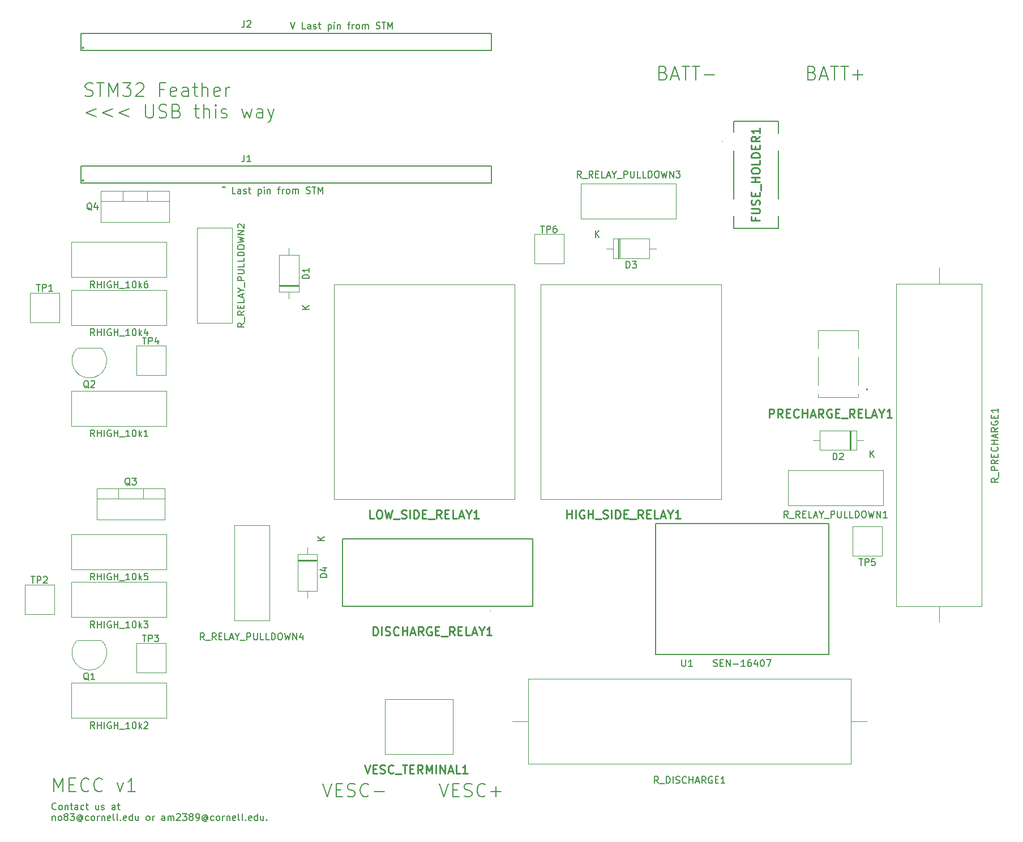
<source format=gto>
G04 #@! TF.GenerationSoftware,KiCad,Pcbnew,(6.0.6-0)*
G04 #@! TF.CreationDate,2023-03-14T15:48:33-04:00*
G04 #@! TF.ProjectId,mecc-pcb-kicad,6d656363-2d70-4636-922d-6b696361642e,v1*
G04 #@! TF.SameCoordinates,Original*
G04 #@! TF.FileFunction,Legend,Top*
G04 #@! TF.FilePolarity,Positive*
%FSLAX46Y46*%
G04 Gerber Fmt 4.6, Leading zero omitted, Abs format (unit mm)*
G04 Created by KiCad (PCBNEW (6.0.6-0)) date 2023-03-14 15:48:33*
%MOMM*%
%LPD*%
G01*
G04 APERTURE LIST*
%ADD10C,0.150000*%
%ADD11C,0.254000*%
%ADD12C,0.100000*%
%ADD13C,0.120000*%
%ADD14C,0.200000*%
%ADD15C,0.127000*%
%ADD16C,1.950000*%
%ADD17R,2.200000X2.200000*%
%ADD18O,2.200000X2.200000*%
%ADD19R,1.950000X1.950000*%
%ADD20C,2.000000*%
%ADD21R,4.000000X4.000000*%
%ADD22R,3.000000X2.000000*%
%ADD23C,3.750000*%
%ADD24C,1.650000*%
%ADD25C,4.000000*%
%ADD26C,1.500000*%
%ADD27C,2.400000*%
%ADD28O,2.400000X2.400000*%
%ADD29R,1.050000X1.500000*%
%ADD30O,1.050000X1.500000*%
%ADD31R,1.905000X2.000000*%
%ADD32O,1.905000X2.000000*%
%ADD33R,2.000000X0.700000*%
%ADD34C,1.530000*%
G04 APERTURE END LIST*
D10*
X108990773Y-22471130D02*
X109324107Y-23471130D01*
X109657440Y-22471130D01*
X111228869Y-23471130D02*
X110752678Y-23471130D01*
X110752678Y-22471130D01*
X111990773Y-23471130D02*
X111990773Y-22947321D01*
X111943154Y-22852083D01*
X111847916Y-22804464D01*
X111657440Y-22804464D01*
X111562202Y-22852083D01*
X111990773Y-23423511D02*
X111895535Y-23471130D01*
X111657440Y-23471130D01*
X111562202Y-23423511D01*
X111514583Y-23328273D01*
X111514583Y-23233035D01*
X111562202Y-23137797D01*
X111657440Y-23090178D01*
X111895535Y-23090178D01*
X111990773Y-23042559D01*
X112419345Y-23423511D02*
X112514583Y-23471130D01*
X112705059Y-23471130D01*
X112800297Y-23423511D01*
X112847916Y-23328273D01*
X112847916Y-23280654D01*
X112800297Y-23185416D01*
X112705059Y-23137797D01*
X112562202Y-23137797D01*
X112466964Y-23090178D01*
X112419345Y-22994940D01*
X112419345Y-22947321D01*
X112466964Y-22852083D01*
X112562202Y-22804464D01*
X112705059Y-22804464D01*
X112800297Y-22852083D01*
X113133630Y-22804464D02*
X113514583Y-22804464D01*
X113276488Y-22471130D02*
X113276488Y-23328273D01*
X113324107Y-23423511D01*
X113419345Y-23471130D01*
X113514583Y-23471130D01*
X114609821Y-22804464D02*
X114609821Y-23804464D01*
X114609821Y-22852083D02*
X114705059Y-22804464D01*
X114895535Y-22804464D01*
X114990773Y-22852083D01*
X115038392Y-22899702D01*
X115086011Y-22994940D01*
X115086011Y-23280654D01*
X115038392Y-23375892D01*
X114990773Y-23423511D01*
X114895535Y-23471130D01*
X114705059Y-23471130D01*
X114609821Y-23423511D01*
X115514583Y-23471130D02*
X115514583Y-22804464D01*
X115514583Y-22471130D02*
X115466964Y-22518750D01*
X115514583Y-22566369D01*
X115562202Y-22518750D01*
X115514583Y-22471130D01*
X115514583Y-22566369D01*
X115990773Y-22804464D02*
X115990773Y-23471130D01*
X115990773Y-22899702D02*
X116038392Y-22852083D01*
X116133630Y-22804464D01*
X116276488Y-22804464D01*
X116371726Y-22852083D01*
X116419345Y-22947321D01*
X116419345Y-23471130D01*
X117514583Y-22804464D02*
X117895535Y-22804464D01*
X117657440Y-23471130D02*
X117657440Y-22613988D01*
X117705059Y-22518750D01*
X117800297Y-22471130D01*
X117895535Y-22471130D01*
X118228869Y-23471130D02*
X118228869Y-22804464D01*
X118228869Y-22994940D02*
X118276488Y-22899702D01*
X118324107Y-22852083D01*
X118419345Y-22804464D01*
X118514583Y-22804464D01*
X118990773Y-23471130D02*
X118895535Y-23423511D01*
X118847916Y-23375892D01*
X118800297Y-23280654D01*
X118800297Y-22994940D01*
X118847916Y-22899702D01*
X118895535Y-22852083D01*
X118990773Y-22804464D01*
X119133630Y-22804464D01*
X119228869Y-22852083D01*
X119276488Y-22899702D01*
X119324107Y-22994940D01*
X119324107Y-23280654D01*
X119276488Y-23375892D01*
X119228869Y-23423511D01*
X119133630Y-23471130D01*
X118990773Y-23471130D01*
X119752678Y-23471130D02*
X119752678Y-22804464D01*
X119752678Y-22899702D02*
X119800297Y-22852083D01*
X119895535Y-22804464D01*
X120038392Y-22804464D01*
X120133630Y-22852083D01*
X120181250Y-22947321D01*
X120181250Y-23471130D01*
X120181250Y-22947321D02*
X120228869Y-22852083D01*
X120324107Y-22804464D01*
X120466964Y-22804464D01*
X120562202Y-22852083D01*
X120609821Y-22947321D01*
X120609821Y-23471130D01*
X121800297Y-23423511D02*
X121943154Y-23471130D01*
X122181250Y-23471130D01*
X122276488Y-23423511D01*
X122324107Y-23375892D01*
X122371726Y-23280654D01*
X122371726Y-23185416D01*
X122324107Y-23090178D01*
X122276488Y-23042559D01*
X122181250Y-22994940D01*
X121990773Y-22947321D01*
X121895535Y-22899702D01*
X121847916Y-22852083D01*
X121800297Y-22756845D01*
X121800297Y-22661607D01*
X121847916Y-22566369D01*
X121895535Y-22518750D01*
X121990773Y-22471130D01*
X122228869Y-22471130D01*
X122371726Y-22518750D01*
X122657440Y-22471130D02*
X123228869Y-22471130D01*
X122943154Y-23471130D02*
X122943154Y-22471130D01*
X123562202Y-23471130D02*
X123562202Y-22471130D01*
X123895535Y-23185416D01*
X124228869Y-22471130D01*
X124228869Y-23471130D01*
X98814880Y-47172619D02*
X99005357Y-47029761D01*
X99195833Y-47172619D01*
X100767261Y-48077380D02*
X100291071Y-48077380D01*
X100291071Y-47077380D01*
X101529166Y-48077380D02*
X101529166Y-47553571D01*
X101481547Y-47458333D01*
X101386309Y-47410714D01*
X101195833Y-47410714D01*
X101100595Y-47458333D01*
X101529166Y-48029761D02*
X101433928Y-48077380D01*
X101195833Y-48077380D01*
X101100595Y-48029761D01*
X101052976Y-47934523D01*
X101052976Y-47839285D01*
X101100595Y-47744047D01*
X101195833Y-47696428D01*
X101433928Y-47696428D01*
X101529166Y-47648809D01*
X101957738Y-48029761D02*
X102052976Y-48077380D01*
X102243452Y-48077380D01*
X102338690Y-48029761D01*
X102386309Y-47934523D01*
X102386309Y-47886904D01*
X102338690Y-47791666D01*
X102243452Y-47744047D01*
X102100595Y-47744047D01*
X102005357Y-47696428D01*
X101957738Y-47601190D01*
X101957738Y-47553571D01*
X102005357Y-47458333D01*
X102100595Y-47410714D01*
X102243452Y-47410714D01*
X102338690Y-47458333D01*
X102672023Y-47410714D02*
X103052976Y-47410714D01*
X102814880Y-47077380D02*
X102814880Y-47934523D01*
X102862500Y-48029761D01*
X102957738Y-48077380D01*
X103052976Y-48077380D01*
X104148214Y-47410714D02*
X104148214Y-48410714D01*
X104148214Y-47458333D02*
X104243452Y-47410714D01*
X104433928Y-47410714D01*
X104529166Y-47458333D01*
X104576785Y-47505952D01*
X104624404Y-47601190D01*
X104624404Y-47886904D01*
X104576785Y-47982142D01*
X104529166Y-48029761D01*
X104433928Y-48077380D01*
X104243452Y-48077380D01*
X104148214Y-48029761D01*
X105052976Y-48077380D02*
X105052976Y-47410714D01*
X105052976Y-47077380D02*
X105005357Y-47125000D01*
X105052976Y-47172619D01*
X105100595Y-47125000D01*
X105052976Y-47077380D01*
X105052976Y-47172619D01*
X105529166Y-47410714D02*
X105529166Y-48077380D01*
X105529166Y-47505952D02*
X105576785Y-47458333D01*
X105672023Y-47410714D01*
X105814880Y-47410714D01*
X105910119Y-47458333D01*
X105957738Y-47553571D01*
X105957738Y-48077380D01*
X107052976Y-47410714D02*
X107433928Y-47410714D01*
X107195833Y-48077380D02*
X107195833Y-47220238D01*
X107243452Y-47125000D01*
X107338690Y-47077380D01*
X107433928Y-47077380D01*
X107767261Y-48077380D02*
X107767261Y-47410714D01*
X107767261Y-47601190D02*
X107814880Y-47505952D01*
X107862500Y-47458333D01*
X107957738Y-47410714D01*
X108052976Y-47410714D01*
X108529166Y-48077380D02*
X108433928Y-48029761D01*
X108386309Y-47982142D01*
X108338690Y-47886904D01*
X108338690Y-47601190D01*
X108386309Y-47505952D01*
X108433928Y-47458333D01*
X108529166Y-47410714D01*
X108672023Y-47410714D01*
X108767261Y-47458333D01*
X108814880Y-47505952D01*
X108862500Y-47601190D01*
X108862500Y-47886904D01*
X108814880Y-47982142D01*
X108767261Y-48029761D01*
X108672023Y-48077380D01*
X108529166Y-48077380D01*
X109291071Y-48077380D02*
X109291071Y-47410714D01*
X109291071Y-47505952D02*
X109338690Y-47458333D01*
X109433928Y-47410714D01*
X109576785Y-47410714D01*
X109672023Y-47458333D01*
X109719642Y-47553571D01*
X109719642Y-48077380D01*
X109719642Y-47553571D02*
X109767261Y-47458333D01*
X109862500Y-47410714D01*
X110005357Y-47410714D01*
X110100595Y-47458333D01*
X110148214Y-47553571D01*
X110148214Y-48077380D01*
X111338690Y-48029761D02*
X111481547Y-48077380D01*
X111719642Y-48077380D01*
X111814880Y-48029761D01*
X111862500Y-47982142D01*
X111910119Y-47886904D01*
X111910119Y-47791666D01*
X111862500Y-47696428D01*
X111814880Y-47648809D01*
X111719642Y-47601190D01*
X111529166Y-47553571D01*
X111433928Y-47505952D01*
X111386309Y-47458333D01*
X111338690Y-47363095D01*
X111338690Y-47267857D01*
X111386309Y-47172619D01*
X111433928Y-47125000D01*
X111529166Y-47077380D01*
X111767261Y-47077380D01*
X111910119Y-47125000D01*
X112195833Y-47077380D02*
X112767261Y-47077380D01*
X112481547Y-48077380D02*
X112481547Y-47077380D01*
X113100595Y-48077380D02*
X113100595Y-47077380D01*
X113433928Y-47791666D01*
X113767261Y-47077380D01*
X113767261Y-48077380D01*
X131256726Y-136223511D02*
X131923392Y-138223511D01*
X132590059Y-136223511D01*
X133256726Y-137175892D02*
X133923392Y-137175892D01*
X134209107Y-138223511D02*
X133256726Y-138223511D01*
X133256726Y-136223511D01*
X134209107Y-136223511D01*
X134971011Y-138128273D02*
X135256726Y-138223511D01*
X135732916Y-138223511D01*
X135923392Y-138128273D01*
X136018630Y-138033035D01*
X136113869Y-137842559D01*
X136113869Y-137652083D01*
X136018630Y-137461607D01*
X135923392Y-137366369D01*
X135732916Y-137271130D01*
X135351964Y-137175892D01*
X135161488Y-137080654D01*
X135066250Y-136985416D01*
X134971011Y-136794940D01*
X134971011Y-136604464D01*
X135066250Y-136413988D01*
X135161488Y-136318750D01*
X135351964Y-136223511D01*
X135828154Y-136223511D01*
X136113869Y-136318750D01*
X138113869Y-138033035D02*
X138018630Y-138128273D01*
X137732916Y-138223511D01*
X137542440Y-138223511D01*
X137256726Y-138128273D01*
X137066250Y-137937797D01*
X136971011Y-137747321D01*
X136875773Y-137366369D01*
X136875773Y-137080654D01*
X136971011Y-136699702D01*
X137066250Y-136509226D01*
X137256726Y-136318750D01*
X137542440Y-136223511D01*
X137732916Y-136223511D01*
X138018630Y-136318750D01*
X138113869Y-136413988D01*
X138971011Y-137461607D02*
X140494821Y-137461607D01*
X139732916Y-138223511D02*
X139732916Y-136699702D01*
X78265952Y-33455773D02*
X78551666Y-33551011D01*
X79027857Y-33551011D01*
X79218333Y-33455773D01*
X79313571Y-33360535D01*
X79408809Y-33170059D01*
X79408809Y-32979583D01*
X79313571Y-32789107D01*
X79218333Y-32693869D01*
X79027857Y-32598630D01*
X78646904Y-32503392D01*
X78456428Y-32408154D01*
X78361190Y-32312916D01*
X78265952Y-32122440D01*
X78265952Y-31931964D01*
X78361190Y-31741488D01*
X78456428Y-31646250D01*
X78646904Y-31551011D01*
X79123095Y-31551011D01*
X79408809Y-31646250D01*
X79980238Y-31551011D02*
X81123095Y-31551011D01*
X80551666Y-33551011D02*
X80551666Y-31551011D01*
X81789761Y-33551011D02*
X81789761Y-31551011D01*
X82456428Y-32979583D01*
X83123095Y-31551011D01*
X83123095Y-33551011D01*
X83885000Y-31551011D02*
X85123095Y-31551011D01*
X84456428Y-32312916D01*
X84742142Y-32312916D01*
X84932619Y-32408154D01*
X85027857Y-32503392D01*
X85123095Y-32693869D01*
X85123095Y-33170059D01*
X85027857Y-33360535D01*
X84932619Y-33455773D01*
X84742142Y-33551011D01*
X84170714Y-33551011D01*
X83980238Y-33455773D01*
X83885000Y-33360535D01*
X85885000Y-31741488D02*
X85980238Y-31646250D01*
X86170714Y-31551011D01*
X86646904Y-31551011D01*
X86837380Y-31646250D01*
X86932619Y-31741488D01*
X87027857Y-31931964D01*
X87027857Y-32122440D01*
X86932619Y-32408154D01*
X85789761Y-33551011D01*
X87027857Y-33551011D01*
X90075476Y-32503392D02*
X89408809Y-32503392D01*
X89408809Y-33551011D02*
X89408809Y-31551011D01*
X90361190Y-31551011D01*
X91885000Y-33455773D02*
X91694523Y-33551011D01*
X91313571Y-33551011D01*
X91123095Y-33455773D01*
X91027857Y-33265297D01*
X91027857Y-32503392D01*
X91123095Y-32312916D01*
X91313571Y-32217678D01*
X91694523Y-32217678D01*
X91885000Y-32312916D01*
X91980238Y-32503392D01*
X91980238Y-32693869D01*
X91027857Y-32884345D01*
X93694523Y-33551011D02*
X93694523Y-32503392D01*
X93599285Y-32312916D01*
X93408809Y-32217678D01*
X93027857Y-32217678D01*
X92837380Y-32312916D01*
X93694523Y-33455773D02*
X93504047Y-33551011D01*
X93027857Y-33551011D01*
X92837380Y-33455773D01*
X92742142Y-33265297D01*
X92742142Y-33074821D01*
X92837380Y-32884345D01*
X93027857Y-32789107D01*
X93504047Y-32789107D01*
X93694523Y-32693869D01*
X94361190Y-32217678D02*
X95123095Y-32217678D01*
X94646904Y-31551011D02*
X94646904Y-33265297D01*
X94742142Y-33455773D01*
X94932619Y-33551011D01*
X95123095Y-33551011D01*
X95789761Y-33551011D02*
X95789761Y-31551011D01*
X96646904Y-33551011D02*
X96646904Y-32503392D01*
X96551666Y-32312916D01*
X96361190Y-32217678D01*
X96075476Y-32217678D01*
X95885000Y-32312916D01*
X95789761Y-32408154D01*
X98361190Y-33455773D02*
X98170714Y-33551011D01*
X97789761Y-33551011D01*
X97599285Y-33455773D01*
X97504047Y-33265297D01*
X97504047Y-32503392D01*
X97599285Y-32312916D01*
X97789761Y-32217678D01*
X98170714Y-32217678D01*
X98361190Y-32312916D01*
X98456428Y-32503392D01*
X98456428Y-32693869D01*
X97504047Y-32884345D01*
X99313571Y-33551011D02*
X99313571Y-32217678D01*
X99313571Y-32598630D02*
X99408809Y-32408154D01*
X99504047Y-32312916D01*
X99694523Y-32217678D01*
X99885000Y-32217678D01*
X79885000Y-35437678D02*
X78361190Y-36009107D01*
X79885000Y-36580535D01*
X82361190Y-35437678D02*
X80837380Y-36009107D01*
X82361190Y-36580535D01*
X84837380Y-35437678D02*
X83313571Y-36009107D01*
X84837380Y-36580535D01*
X87313571Y-34771011D02*
X87313571Y-36390059D01*
X87408809Y-36580535D01*
X87504047Y-36675773D01*
X87694523Y-36771011D01*
X88075476Y-36771011D01*
X88265952Y-36675773D01*
X88361190Y-36580535D01*
X88456428Y-36390059D01*
X88456428Y-34771011D01*
X89313571Y-36675773D02*
X89599285Y-36771011D01*
X90075476Y-36771011D01*
X90265952Y-36675773D01*
X90361190Y-36580535D01*
X90456428Y-36390059D01*
X90456428Y-36199583D01*
X90361190Y-36009107D01*
X90265952Y-35913869D01*
X90075476Y-35818630D01*
X89694523Y-35723392D01*
X89504047Y-35628154D01*
X89408809Y-35532916D01*
X89313571Y-35342440D01*
X89313571Y-35151964D01*
X89408809Y-34961488D01*
X89504047Y-34866250D01*
X89694523Y-34771011D01*
X90170714Y-34771011D01*
X90456428Y-34866250D01*
X91980238Y-35723392D02*
X92265952Y-35818630D01*
X92361190Y-35913869D01*
X92456428Y-36104345D01*
X92456428Y-36390059D01*
X92361190Y-36580535D01*
X92265952Y-36675773D01*
X92075476Y-36771011D01*
X91313571Y-36771011D01*
X91313571Y-34771011D01*
X91980238Y-34771011D01*
X92170714Y-34866250D01*
X92265952Y-34961488D01*
X92361190Y-35151964D01*
X92361190Y-35342440D01*
X92265952Y-35532916D01*
X92170714Y-35628154D01*
X91980238Y-35723392D01*
X91313571Y-35723392D01*
X94551666Y-35437678D02*
X95313571Y-35437678D01*
X94837380Y-34771011D02*
X94837380Y-36485297D01*
X94932619Y-36675773D01*
X95123095Y-36771011D01*
X95313571Y-36771011D01*
X95980238Y-36771011D02*
X95980238Y-34771011D01*
X96837380Y-36771011D02*
X96837380Y-35723392D01*
X96742142Y-35532916D01*
X96551666Y-35437678D01*
X96265952Y-35437678D01*
X96075476Y-35532916D01*
X95980238Y-35628154D01*
X97789761Y-36771011D02*
X97789761Y-35437678D01*
X97789761Y-34771011D02*
X97694523Y-34866250D01*
X97789761Y-34961488D01*
X97885000Y-34866250D01*
X97789761Y-34771011D01*
X97789761Y-34961488D01*
X98646904Y-36675773D02*
X98837380Y-36771011D01*
X99218333Y-36771011D01*
X99408809Y-36675773D01*
X99504047Y-36485297D01*
X99504047Y-36390059D01*
X99408809Y-36199583D01*
X99218333Y-36104345D01*
X98932619Y-36104345D01*
X98742142Y-36009107D01*
X98646904Y-35818630D01*
X98646904Y-35723392D01*
X98742142Y-35532916D01*
X98932619Y-35437678D01*
X99218333Y-35437678D01*
X99408809Y-35532916D01*
X101694523Y-35437678D02*
X102075476Y-36771011D01*
X102456428Y-35818630D01*
X102837380Y-36771011D01*
X103218333Y-35437678D01*
X104837380Y-36771011D02*
X104837380Y-35723392D01*
X104742142Y-35532916D01*
X104551666Y-35437678D01*
X104170714Y-35437678D01*
X103980238Y-35532916D01*
X104837380Y-36675773D02*
X104646904Y-36771011D01*
X104170714Y-36771011D01*
X103980238Y-36675773D01*
X103885000Y-36485297D01*
X103885000Y-36294821D01*
X103980238Y-36104345D01*
X104170714Y-36009107D01*
X104646904Y-36009107D01*
X104837380Y-35913869D01*
X105599285Y-35437678D02*
X106075476Y-36771011D01*
X106551666Y-35437678D02*
X106075476Y-36771011D01*
X105885000Y-37247202D01*
X105789761Y-37342440D01*
X105599285Y-37437678D01*
X164752857Y-30019642D02*
X165038571Y-30114880D01*
X165133809Y-30210119D01*
X165229047Y-30400595D01*
X165229047Y-30686309D01*
X165133809Y-30876785D01*
X165038571Y-30972023D01*
X164848095Y-31067261D01*
X164086190Y-31067261D01*
X164086190Y-29067261D01*
X164752857Y-29067261D01*
X164943333Y-29162500D01*
X165038571Y-29257738D01*
X165133809Y-29448214D01*
X165133809Y-29638690D01*
X165038571Y-29829166D01*
X164943333Y-29924404D01*
X164752857Y-30019642D01*
X164086190Y-30019642D01*
X165990952Y-30495833D02*
X166943333Y-30495833D01*
X165800476Y-31067261D02*
X166467142Y-29067261D01*
X167133809Y-31067261D01*
X167514761Y-29067261D02*
X168657619Y-29067261D01*
X168086190Y-31067261D02*
X168086190Y-29067261D01*
X169038571Y-29067261D02*
X170181428Y-29067261D01*
X169610000Y-31067261D02*
X169610000Y-29067261D01*
X170848095Y-30305357D02*
X172371904Y-30305357D01*
X186977857Y-30019642D02*
X187263571Y-30114880D01*
X187358809Y-30210119D01*
X187454047Y-30400595D01*
X187454047Y-30686309D01*
X187358809Y-30876785D01*
X187263571Y-30972023D01*
X187073095Y-31067261D01*
X186311190Y-31067261D01*
X186311190Y-29067261D01*
X186977857Y-29067261D01*
X187168333Y-29162500D01*
X187263571Y-29257738D01*
X187358809Y-29448214D01*
X187358809Y-29638690D01*
X187263571Y-29829166D01*
X187168333Y-29924404D01*
X186977857Y-30019642D01*
X186311190Y-30019642D01*
X188215952Y-30495833D02*
X189168333Y-30495833D01*
X188025476Y-31067261D02*
X188692142Y-29067261D01*
X189358809Y-31067261D01*
X189739761Y-29067261D02*
X190882619Y-29067261D01*
X190311190Y-31067261D02*
X190311190Y-29067261D01*
X191263571Y-29067261D02*
X192406428Y-29067261D01*
X191835000Y-31067261D02*
X191835000Y-29067261D01*
X193073095Y-30305357D02*
X194596904Y-30305357D01*
X193835000Y-31067261D02*
X193835000Y-29543452D01*
X113794226Y-136223511D02*
X114460892Y-138223511D01*
X115127559Y-136223511D01*
X115794226Y-137175892D02*
X116460892Y-137175892D01*
X116746607Y-138223511D02*
X115794226Y-138223511D01*
X115794226Y-136223511D01*
X116746607Y-136223511D01*
X117508511Y-138128273D02*
X117794226Y-138223511D01*
X118270416Y-138223511D01*
X118460892Y-138128273D01*
X118556130Y-138033035D01*
X118651369Y-137842559D01*
X118651369Y-137652083D01*
X118556130Y-137461607D01*
X118460892Y-137366369D01*
X118270416Y-137271130D01*
X117889464Y-137175892D01*
X117698988Y-137080654D01*
X117603750Y-136985416D01*
X117508511Y-136794940D01*
X117508511Y-136604464D01*
X117603750Y-136413988D01*
X117698988Y-136318750D01*
X117889464Y-136223511D01*
X118365654Y-136223511D01*
X118651369Y-136318750D01*
X120651369Y-138033035D02*
X120556130Y-138128273D01*
X120270416Y-138223511D01*
X120079940Y-138223511D01*
X119794226Y-138128273D01*
X119603750Y-137937797D01*
X119508511Y-137747321D01*
X119413273Y-137366369D01*
X119413273Y-137080654D01*
X119508511Y-136699702D01*
X119603750Y-136509226D01*
X119794226Y-136318750D01*
X120079940Y-136223511D01*
X120270416Y-136223511D01*
X120556130Y-136318750D01*
X120651369Y-136413988D01*
X121508511Y-137461607D02*
X123032321Y-137461607D01*
X73598690Y-137429761D02*
X73598690Y-135429761D01*
X74265357Y-136858333D01*
X74932023Y-135429761D01*
X74932023Y-137429761D01*
X75884404Y-136382142D02*
X76551071Y-136382142D01*
X76836785Y-137429761D02*
X75884404Y-137429761D01*
X75884404Y-135429761D01*
X76836785Y-135429761D01*
X78836785Y-137239285D02*
X78741547Y-137334523D01*
X78455833Y-137429761D01*
X78265357Y-137429761D01*
X77979642Y-137334523D01*
X77789166Y-137144047D01*
X77693928Y-136953571D01*
X77598690Y-136572619D01*
X77598690Y-136286904D01*
X77693928Y-135905952D01*
X77789166Y-135715476D01*
X77979642Y-135525000D01*
X78265357Y-135429761D01*
X78455833Y-135429761D01*
X78741547Y-135525000D01*
X78836785Y-135620238D01*
X80836785Y-137239285D02*
X80741547Y-137334523D01*
X80455833Y-137429761D01*
X80265357Y-137429761D01*
X79979642Y-137334523D01*
X79789166Y-137144047D01*
X79693928Y-136953571D01*
X79598690Y-136572619D01*
X79598690Y-136286904D01*
X79693928Y-135905952D01*
X79789166Y-135715476D01*
X79979642Y-135525000D01*
X80265357Y-135429761D01*
X80455833Y-135429761D01*
X80741547Y-135525000D01*
X80836785Y-135620238D01*
X83027261Y-136096428D02*
X83503452Y-137429761D01*
X83979642Y-136096428D01*
X85789166Y-137429761D02*
X84646309Y-137429761D01*
X85217738Y-137429761D02*
X85217738Y-135429761D01*
X85027261Y-135715476D01*
X84836785Y-135905952D01*
X84646309Y-136001190D01*
X73932023Y-140045892D02*
X73884404Y-140093511D01*
X73741547Y-140141130D01*
X73646309Y-140141130D01*
X73503452Y-140093511D01*
X73408214Y-139998273D01*
X73360595Y-139903035D01*
X73312976Y-139712559D01*
X73312976Y-139569702D01*
X73360595Y-139379226D01*
X73408214Y-139283988D01*
X73503452Y-139188750D01*
X73646309Y-139141130D01*
X73741547Y-139141130D01*
X73884404Y-139188750D01*
X73932023Y-139236369D01*
X74503452Y-140141130D02*
X74408214Y-140093511D01*
X74360595Y-140045892D01*
X74312976Y-139950654D01*
X74312976Y-139664940D01*
X74360595Y-139569702D01*
X74408214Y-139522083D01*
X74503452Y-139474464D01*
X74646309Y-139474464D01*
X74741547Y-139522083D01*
X74789166Y-139569702D01*
X74836785Y-139664940D01*
X74836785Y-139950654D01*
X74789166Y-140045892D01*
X74741547Y-140093511D01*
X74646309Y-140141130D01*
X74503452Y-140141130D01*
X75265357Y-139474464D02*
X75265357Y-140141130D01*
X75265357Y-139569702D02*
X75312976Y-139522083D01*
X75408214Y-139474464D01*
X75551071Y-139474464D01*
X75646309Y-139522083D01*
X75693928Y-139617321D01*
X75693928Y-140141130D01*
X76027261Y-139474464D02*
X76408214Y-139474464D01*
X76170119Y-139141130D02*
X76170119Y-139998273D01*
X76217738Y-140093511D01*
X76312976Y-140141130D01*
X76408214Y-140141130D01*
X77170119Y-140141130D02*
X77170119Y-139617321D01*
X77122500Y-139522083D01*
X77027261Y-139474464D01*
X76836785Y-139474464D01*
X76741547Y-139522083D01*
X77170119Y-140093511D02*
X77074880Y-140141130D01*
X76836785Y-140141130D01*
X76741547Y-140093511D01*
X76693928Y-139998273D01*
X76693928Y-139903035D01*
X76741547Y-139807797D01*
X76836785Y-139760178D01*
X77074880Y-139760178D01*
X77170119Y-139712559D01*
X78074880Y-140093511D02*
X77979642Y-140141130D01*
X77789166Y-140141130D01*
X77693928Y-140093511D01*
X77646309Y-140045892D01*
X77598690Y-139950654D01*
X77598690Y-139664940D01*
X77646309Y-139569702D01*
X77693928Y-139522083D01*
X77789166Y-139474464D01*
X77979642Y-139474464D01*
X78074880Y-139522083D01*
X78360595Y-139474464D02*
X78741547Y-139474464D01*
X78503452Y-139141130D02*
X78503452Y-139998273D01*
X78551071Y-140093511D01*
X78646309Y-140141130D01*
X78741547Y-140141130D01*
X80265357Y-139474464D02*
X80265357Y-140141130D01*
X79836785Y-139474464D02*
X79836785Y-139998273D01*
X79884404Y-140093511D01*
X79979642Y-140141130D01*
X80122500Y-140141130D01*
X80217738Y-140093511D01*
X80265357Y-140045892D01*
X80693928Y-140093511D02*
X80789166Y-140141130D01*
X80979642Y-140141130D01*
X81074880Y-140093511D01*
X81122500Y-139998273D01*
X81122500Y-139950654D01*
X81074880Y-139855416D01*
X80979642Y-139807797D01*
X80836785Y-139807797D01*
X80741547Y-139760178D01*
X80693928Y-139664940D01*
X80693928Y-139617321D01*
X80741547Y-139522083D01*
X80836785Y-139474464D01*
X80979642Y-139474464D01*
X81074880Y-139522083D01*
X82741547Y-140141130D02*
X82741547Y-139617321D01*
X82693928Y-139522083D01*
X82598690Y-139474464D01*
X82408214Y-139474464D01*
X82312976Y-139522083D01*
X82741547Y-140093511D02*
X82646309Y-140141130D01*
X82408214Y-140141130D01*
X82312976Y-140093511D01*
X82265357Y-139998273D01*
X82265357Y-139903035D01*
X82312976Y-139807797D01*
X82408214Y-139760178D01*
X82646309Y-139760178D01*
X82741547Y-139712559D01*
X83074880Y-139474464D02*
X83455833Y-139474464D01*
X83217738Y-139141130D02*
X83217738Y-139998273D01*
X83265357Y-140093511D01*
X83360595Y-140141130D01*
X83455833Y-140141130D01*
X73360595Y-141084464D02*
X73360595Y-141751130D01*
X73360595Y-141179702D02*
X73408214Y-141132083D01*
X73503452Y-141084464D01*
X73646309Y-141084464D01*
X73741547Y-141132083D01*
X73789166Y-141227321D01*
X73789166Y-141751130D01*
X74408214Y-141751130D02*
X74312976Y-141703511D01*
X74265357Y-141655892D01*
X74217738Y-141560654D01*
X74217738Y-141274940D01*
X74265357Y-141179702D01*
X74312976Y-141132083D01*
X74408214Y-141084464D01*
X74551071Y-141084464D01*
X74646309Y-141132083D01*
X74693928Y-141179702D01*
X74741547Y-141274940D01*
X74741547Y-141560654D01*
X74693928Y-141655892D01*
X74646309Y-141703511D01*
X74551071Y-141751130D01*
X74408214Y-141751130D01*
X75312976Y-141179702D02*
X75217738Y-141132083D01*
X75170119Y-141084464D01*
X75122500Y-140989226D01*
X75122500Y-140941607D01*
X75170119Y-140846369D01*
X75217738Y-140798750D01*
X75312976Y-140751130D01*
X75503452Y-140751130D01*
X75598690Y-140798750D01*
X75646309Y-140846369D01*
X75693928Y-140941607D01*
X75693928Y-140989226D01*
X75646309Y-141084464D01*
X75598690Y-141132083D01*
X75503452Y-141179702D01*
X75312976Y-141179702D01*
X75217738Y-141227321D01*
X75170119Y-141274940D01*
X75122500Y-141370178D01*
X75122500Y-141560654D01*
X75170119Y-141655892D01*
X75217738Y-141703511D01*
X75312976Y-141751130D01*
X75503452Y-141751130D01*
X75598690Y-141703511D01*
X75646309Y-141655892D01*
X75693928Y-141560654D01*
X75693928Y-141370178D01*
X75646309Y-141274940D01*
X75598690Y-141227321D01*
X75503452Y-141179702D01*
X76027261Y-140751130D02*
X76646309Y-140751130D01*
X76312976Y-141132083D01*
X76455833Y-141132083D01*
X76551071Y-141179702D01*
X76598690Y-141227321D01*
X76646309Y-141322559D01*
X76646309Y-141560654D01*
X76598690Y-141655892D01*
X76551071Y-141703511D01*
X76455833Y-141751130D01*
X76170119Y-141751130D01*
X76074880Y-141703511D01*
X76027261Y-141655892D01*
X77693928Y-141274940D02*
X77646309Y-141227321D01*
X77551071Y-141179702D01*
X77455833Y-141179702D01*
X77360595Y-141227321D01*
X77312976Y-141274940D01*
X77265357Y-141370178D01*
X77265357Y-141465416D01*
X77312976Y-141560654D01*
X77360595Y-141608273D01*
X77455833Y-141655892D01*
X77551071Y-141655892D01*
X77646309Y-141608273D01*
X77693928Y-141560654D01*
X77693928Y-141179702D02*
X77693928Y-141560654D01*
X77741547Y-141608273D01*
X77789166Y-141608273D01*
X77884404Y-141560654D01*
X77932023Y-141465416D01*
X77932023Y-141227321D01*
X77836785Y-141084464D01*
X77693928Y-140989226D01*
X77503452Y-140941607D01*
X77312976Y-140989226D01*
X77170119Y-141084464D01*
X77074880Y-141227321D01*
X77027261Y-141417797D01*
X77074880Y-141608273D01*
X77170119Y-141751130D01*
X77312976Y-141846369D01*
X77503452Y-141893988D01*
X77693928Y-141846369D01*
X77836785Y-141751130D01*
X78789166Y-141703511D02*
X78693928Y-141751130D01*
X78503452Y-141751130D01*
X78408214Y-141703511D01*
X78360595Y-141655892D01*
X78312976Y-141560654D01*
X78312976Y-141274940D01*
X78360595Y-141179702D01*
X78408214Y-141132083D01*
X78503452Y-141084464D01*
X78693928Y-141084464D01*
X78789166Y-141132083D01*
X79360595Y-141751130D02*
X79265357Y-141703511D01*
X79217738Y-141655892D01*
X79170119Y-141560654D01*
X79170119Y-141274940D01*
X79217738Y-141179702D01*
X79265357Y-141132083D01*
X79360595Y-141084464D01*
X79503452Y-141084464D01*
X79598690Y-141132083D01*
X79646309Y-141179702D01*
X79693928Y-141274940D01*
X79693928Y-141560654D01*
X79646309Y-141655892D01*
X79598690Y-141703511D01*
X79503452Y-141751130D01*
X79360595Y-141751130D01*
X80122500Y-141751130D02*
X80122500Y-141084464D01*
X80122500Y-141274940D02*
X80170119Y-141179702D01*
X80217738Y-141132083D01*
X80312976Y-141084464D01*
X80408214Y-141084464D01*
X80741547Y-141084464D02*
X80741547Y-141751130D01*
X80741547Y-141179702D02*
X80789166Y-141132083D01*
X80884404Y-141084464D01*
X81027261Y-141084464D01*
X81122500Y-141132083D01*
X81170119Y-141227321D01*
X81170119Y-141751130D01*
X82027261Y-141703511D02*
X81932023Y-141751130D01*
X81741547Y-141751130D01*
X81646309Y-141703511D01*
X81598690Y-141608273D01*
X81598690Y-141227321D01*
X81646309Y-141132083D01*
X81741547Y-141084464D01*
X81932023Y-141084464D01*
X82027261Y-141132083D01*
X82074880Y-141227321D01*
X82074880Y-141322559D01*
X81598690Y-141417797D01*
X82646309Y-141751130D02*
X82551071Y-141703511D01*
X82503452Y-141608273D01*
X82503452Y-140751130D01*
X83170119Y-141751130D02*
X83074880Y-141703511D01*
X83027261Y-141608273D01*
X83027261Y-140751130D01*
X83551071Y-141655892D02*
X83598690Y-141703511D01*
X83551071Y-141751130D01*
X83503452Y-141703511D01*
X83551071Y-141655892D01*
X83551071Y-141751130D01*
X84408214Y-141703511D02*
X84312976Y-141751130D01*
X84122500Y-141751130D01*
X84027261Y-141703511D01*
X83979642Y-141608273D01*
X83979642Y-141227321D01*
X84027261Y-141132083D01*
X84122500Y-141084464D01*
X84312976Y-141084464D01*
X84408214Y-141132083D01*
X84455833Y-141227321D01*
X84455833Y-141322559D01*
X83979642Y-141417797D01*
X85312976Y-141751130D02*
X85312976Y-140751130D01*
X85312976Y-141703511D02*
X85217738Y-141751130D01*
X85027261Y-141751130D01*
X84932023Y-141703511D01*
X84884404Y-141655892D01*
X84836785Y-141560654D01*
X84836785Y-141274940D01*
X84884404Y-141179702D01*
X84932023Y-141132083D01*
X85027261Y-141084464D01*
X85217738Y-141084464D01*
X85312976Y-141132083D01*
X86217738Y-141084464D02*
X86217738Y-141751130D01*
X85789166Y-141084464D02*
X85789166Y-141608273D01*
X85836785Y-141703511D01*
X85932023Y-141751130D01*
X86074880Y-141751130D01*
X86170119Y-141703511D01*
X86217738Y-141655892D01*
X87598690Y-141751130D02*
X87503452Y-141703511D01*
X87455833Y-141655892D01*
X87408214Y-141560654D01*
X87408214Y-141274940D01*
X87455833Y-141179702D01*
X87503452Y-141132083D01*
X87598690Y-141084464D01*
X87741547Y-141084464D01*
X87836785Y-141132083D01*
X87884404Y-141179702D01*
X87932023Y-141274940D01*
X87932023Y-141560654D01*
X87884404Y-141655892D01*
X87836785Y-141703511D01*
X87741547Y-141751130D01*
X87598690Y-141751130D01*
X88360595Y-141751130D02*
X88360595Y-141084464D01*
X88360595Y-141274940D02*
X88408214Y-141179702D01*
X88455833Y-141132083D01*
X88551071Y-141084464D01*
X88646309Y-141084464D01*
X90170119Y-141751130D02*
X90170119Y-141227321D01*
X90122500Y-141132083D01*
X90027261Y-141084464D01*
X89836785Y-141084464D01*
X89741547Y-141132083D01*
X90170119Y-141703511D02*
X90074880Y-141751130D01*
X89836785Y-141751130D01*
X89741547Y-141703511D01*
X89693928Y-141608273D01*
X89693928Y-141513035D01*
X89741547Y-141417797D01*
X89836785Y-141370178D01*
X90074880Y-141370178D01*
X90170119Y-141322559D01*
X90646309Y-141751130D02*
X90646309Y-141084464D01*
X90646309Y-141179702D02*
X90693928Y-141132083D01*
X90789166Y-141084464D01*
X90932023Y-141084464D01*
X91027261Y-141132083D01*
X91074880Y-141227321D01*
X91074880Y-141751130D01*
X91074880Y-141227321D02*
X91122500Y-141132083D01*
X91217738Y-141084464D01*
X91360595Y-141084464D01*
X91455833Y-141132083D01*
X91503452Y-141227321D01*
X91503452Y-141751130D01*
X91932023Y-140846369D02*
X91979642Y-140798750D01*
X92074880Y-140751130D01*
X92312976Y-140751130D01*
X92408214Y-140798750D01*
X92455833Y-140846369D01*
X92503452Y-140941607D01*
X92503452Y-141036845D01*
X92455833Y-141179702D01*
X91884404Y-141751130D01*
X92503452Y-141751130D01*
X92836785Y-140751130D02*
X93455833Y-140751130D01*
X93122500Y-141132083D01*
X93265357Y-141132083D01*
X93360595Y-141179702D01*
X93408214Y-141227321D01*
X93455833Y-141322559D01*
X93455833Y-141560654D01*
X93408214Y-141655892D01*
X93360595Y-141703511D01*
X93265357Y-141751130D01*
X92979642Y-141751130D01*
X92884404Y-141703511D01*
X92836785Y-141655892D01*
X94027261Y-141179702D02*
X93932023Y-141132083D01*
X93884404Y-141084464D01*
X93836785Y-140989226D01*
X93836785Y-140941607D01*
X93884404Y-140846369D01*
X93932023Y-140798750D01*
X94027261Y-140751130D01*
X94217738Y-140751130D01*
X94312976Y-140798750D01*
X94360595Y-140846369D01*
X94408214Y-140941607D01*
X94408214Y-140989226D01*
X94360595Y-141084464D01*
X94312976Y-141132083D01*
X94217738Y-141179702D01*
X94027261Y-141179702D01*
X93932023Y-141227321D01*
X93884404Y-141274940D01*
X93836785Y-141370178D01*
X93836785Y-141560654D01*
X93884404Y-141655892D01*
X93932023Y-141703511D01*
X94027261Y-141751130D01*
X94217738Y-141751130D01*
X94312976Y-141703511D01*
X94360595Y-141655892D01*
X94408214Y-141560654D01*
X94408214Y-141370178D01*
X94360595Y-141274940D01*
X94312976Y-141227321D01*
X94217738Y-141179702D01*
X94884404Y-141751130D02*
X95074880Y-141751130D01*
X95170119Y-141703511D01*
X95217738Y-141655892D01*
X95312976Y-141513035D01*
X95360595Y-141322559D01*
X95360595Y-140941607D01*
X95312976Y-140846369D01*
X95265357Y-140798750D01*
X95170119Y-140751130D01*
X94979642Y-140751130D01*
X94884404Y-140798750D01*
X94836785Y-140846369D01*
X94789166Y-140941607D01*
X94789166Y-141179702D01*
X94836785Y-141274940D01*
X94884404Y-141322559D01*
X94979642Y-141370178D01*
X95170119Y-141370178D01*
X95265357Y-141322559D01*
X95312976Y-141274940D01*
X95360595Y-141179702D01*
X96408214Y-141274940D02*
X96360595Y-141227321D01*
X96265357Y-141179702D01*
X96170119Y-141179702D01*
X96074880Y-141227321D01*
X96027261Y-141274940D01*
X95979642Y-141370178D01*
X95979642Y-141465416D01*
X96027261Y-141560654D01*
X96074880Y-141608273D01*
X96170119Y-141655892D01*
X96265357Y-141655892D01*
X96360595Y-141608273D01*
X96408214Y-141560654D01*
X96408214Y-141179702D02*
X96408214Y-141560654D01*
X96455833Y-141608273D01*
X96503452Y-141608273D01*
X96598690Y-141560654D01*
X96646309Y-141465416D01*
X96646309Y-141227321D01*
X96551071Y-141084464D01*
X96408214Y-140989226D01*
X96217738Y-140941607D01*
X96027261Y-140989226D01*
X95884404Y-141084464D01*
X95789166Y-141227321D01*
X95741547Y-141417797D01*
X95789166Y-141608273D01*
X95884404Y-141751130D01*
X96027261Y-141846369D01*
X96217738Y-141893988D01*
X96408214Y-141846369D01*
X96551071Y-141751130D01*
X97503452Y-141703511D02*
X97408214Y-141751130D01*
X97217738Y-141751130D01*
X97122500Y-141703511D01*
X97074880Y-141655892D01*
X97027261Y-141560654D01*
X97027261Y-141274940D01*
X97074880Y-141179702D01*
X97122500Y-141132083D01*
X97217738Y-141084464D01*
X97408214Y-141084464D01*
X97503452Y-141132083D01*
X98074880Y-141751130D02*
X97979642Y-141703511D01*
X97932023Y-141655892D01*
X97884404Y-141560654D01*
X97884404Y-141274940D01*
X97932023Y-141179702D01*
X97979642Y-141132083D01*
X98074880Y-141084464D01*
X98217738Y-141084464D01*
X98312976Y-141132083D01*
X98360595Y-141179702D01*
X98408214Y-141274940D01*
X98408214Y-141560654D01*
X98360595Y-141655892D01*
X98312976Y-141703511D01*
X98217738Y-141751130D01*
X98074880Y-141751130D01*
X98836785Y-141751130D02*
X98836785Y-141084464D01*
X98836785Y-141274940D02*
X98884404Y-141179702D01*
X98932023Y-141132083D01*
X99027261Y-141084464D01*
X99122500Y-141084464D01*
X99455833Y-141084464D02*
X99455833Y-141751130D01*
X99455833Y-141179702D02*
X99503452Y-141132083D01*
X99598690Y-141084464D01*
X99741547Y-141084464D01*
X99836785Y-141132083D01*
X99884404Y-141227321D01*
X99884404Y-141751130D01*
X100741547Y-141703511D02*
X100646309Y-141751130D01*
X100455833Y-141751130D01*
X100360595Y-141703511D01*
X100312976Y-141608273D01*
X100312976Y-141227321D01*
X100360595Y-141132083D01*
X100455833Y-141084464D01*
X100646309Y-141084464D01*
X100741547Y-141132083D01*
X100789166Y-141227321D01*
X100789166Y-141322559D01*
X100312976Y-141417797D01*
X101360595Y-141751130D02*
X101265357Y-141703511D01*
X101217738Y-141608273D01*
X101217738Y-140751130D01*
X101884404Y-141751130D02*
X101789166Y-141703511D01*
X101741547Y-141608273D01*
X101741547Y-140751130D01*
X102265357Y-141655892D02*
X102312976Y-141703511D01*
X102265357Y-141751130D01*
X102217738Y-141703511D01*
X102265357Y-141655892D01*
X102265357Y-141751130D01*
X103122500Y-141703511D02*
X103027261Y-141751130D01*
X102836785Y-141751130D01*
X102741547Y-141703511D01*
X102693928Y-141608273D01*
X102693928Y-141227321D01*
X102741547Y-141132083D01*
X102836785Y-141084464D01*
X103027261Y-141084464D01*
X103122500Y-141132083D01*
X103170119Y-141227321D01*
X103170119Y-141322559D01*
X102693928Y-141417797D01*
X104027261Y-141751130D02*
X104027261Y-140751130D01*
X104027261Y-141703511D02*
X103932023Y-141751130D01*
X103741547Y-141751130D01*
X103646309Y-141703511D01*
X103598690Y-141655892D01*
X103551071Y-141560654D01*
X103551071Y-141274940D01*
X103598690Y-141179702D01*
X103646309Y-141132083D01*
X103741547Y-141084464D01*
X103932023Y-141084464D01*
X104027261Y-141132083D01*
X104932023Y-141084464D02*
X104932023Y-141751130D01*
X104503452Y-141084464D02*
X104503452Y-141608273D01*
X104551071Y-141703511D01*
X104646309Y-141751130D01*
X104789166Y-141751130D01*
X104884404Y-141703511D01*
X104932023Y-141655892D01*
X105408214Y-141655892D02*
X105455833Y-141703511D01*
X105408214Y-141751130D01*
X105360595Y-141703511D01*
X105408214Y-141655892D01*
X105408214Y-141751130D01*
D11*
G04 #@! TO.C,VESC_TERMINAL1*
X120022559Y-133448273D02*
X120445892Y-134718273D01*
X120869226Y-133448273D01*
X121292559Y-134053035D02*
X121715892Y-134053035D01*
X121897321Y-134718273D02*
X121292559Y-134718273D01*
X121292559Y-133448273D01*
X121897321Y-133448273D01*
X122381130Y-134657797D02*
X122562559Y-134718273D01*
X122864940Y-134718273D01*
X122985892Y-134657797D01*
X123046369Y-134597321D01*
X123106845Y-134476369D01*
X123106845Y-134355416D01*
X123046369Y-134234464D01*
X122985892Y-134173988D01*
X122864940Y-134113511D01*
X122623035Y-134053035D01*
X122502083Y-133992559D01*
X122441607Y-133932083D01*
X122381130Y-133811130D01*
X122381130Y-133690178D01*
X122441607Y-133569226D01*
X122502083Y-133508750D01*
X122623035Y-133448273D01*
X122925416Y-133448273D01*
X123106845Y-133508750D01*
X124376845Y-134597321D02*
X124316369Y-134657797D01*
X124134940Y-134718273D01*
X124013988Y-134718273D01*
X123832559Y-134657797D01*
X123711607Y-134536845D01*
X123651130Y-134415892D01*
X123590654Y-134173988D01*
X123590654Y-133992559D01*
X123651130Y-133750654D01*
X123711607Y-133629702D01*
X123832559Y-133508750D01*
X124013988Y-133448273D01*
X124134940Y-133448273D01*
X124316369Y-133508750D01*
X124376845Y-133569226D01*
X124618750Y-134839226D02*
X125586369Y-134839226D01*
X125707321Y-133448273D02*
X126433035Y-133448273D01*
X126070178Y-134718273D02*
X126070178Y-133448273D01*
X126856369Y-134053035D02*
X127279702Y-134053035D01*
X127461130Y-134718273D02*
X126856369Y-134718273D01*
X126856369Y-133448273D01*
X127461130Y-133448273D01*
X128731130Y-134718273D02*
X128307797Y-134113511D01*
X128005416Y-134718273D02*
X128005416Y-133448273D01*
X128489226Y-133448273D01*
X128610178Y-133508750D01*
X128670654Y-133569226D01*
X128731130Y-133690178D01*
X128731130Y-133871607D01*
X128670654Y-133992559D01*
X128610178Y-134053035D01*
X128489226Y-134113511D01*
X128005416Y-134113511D01*
X129275416Y-134718273D02*
X129275416Y-133448273D01*
X129698750Y-134355416D01*
X130122083Y-133448273D01*
X130122083Y-134718273D01*
X130726845Y-134718273D02*
X130726845Y-133448273D01*
X131331607Y-134718273D02*
X131331607Y-133448273D01*
X132057321Y-134718273D01*
X132057321Y-133448273D01*
X132601607Y-134355416D02*
X133206369Y-134355416D01*
X132480654Y-134718273D02*
X132903988Y-133448273D01*
X133327321Y-134718273D01*
X134355416Y-134718273D02*
X133750654Y-134718273D01*
X133750654Y-133448273D01*
X135443988Y-134718273D02*
X134718273Y-134718273D01*
X135081130Y-134718273D02*
X135081130Y-133448273D01*
X134960178Y-133629702D01*
X134839226Y-133750654D01*
X134718273Y-133811130D01*
D10*
G04 #@! TO.C,D2*
X190140029Y-87853630D02*
X190140029Y-86853630D01*
X190378125Y-86853630D01*
X190520982Y-86901250D01*
X190616220Y-86996488D01*
X190663839Y-87091726D01*
X190711458Y-87282202D01*
X190711458Y-87425059D01*
X190663839Y-87615535D01*
X190616220Y-87710773D01*
X190520982Y-87806011D01*
X190378125Y-87853630D01*
X190140029Y-87853630D01*
X191092410Y-86948869D02*
X191140029Y-86901250D01*
X191235267Y-86853630D01*
X191473363Y-86853630D01*
X191568601Y-86901250D01*
X191616220Y-86948869D01*
X191663839Y-87044107D01*
X191663839Y-87139345D01*
X191616220Y-87282202D01*
X191044791Y-87853630D01*
X191663839Y-87853630D01*
X195696220Y-87483630D02*
X195696220Y-86483630D01*
X196267648Y-87483630D02*
X195839077Y-86912202D01*
X196267648Y-86483630D02*
X195696220Y-87055059D01*
D11*
G04 #@! TO.C,DISCHARGE_RELAY1*
X121345476Y-114080773D02*
X121345476Y-112810773D01*
X121647857Y-112810773D01*
X121829285Y-112871250D01*
X121950238Y-112992202D01*
X122010714Y-113113154D01*
X122071190Y-113355059D01*
X122071190Y-113536488D01*
X122010714Y-113778392D01*
X121950238Y-113899345D01*
X121829285Y-114020297D01*
X121647857Y-114080773D01*
X121345476Y-114080773D01*
X122615476Y-114080773D02*
X122615476Y-112810773D01*
X123159761Y-114020297D02*
X123341190Y-114080773D01*
X123643571Y-114080773D01*
X123764523Y-114020297D01*
X123825000Y-113959821D01*
X123885476Y-113838869D01*
X123885476Y-113717916D01*
X123825000Y-113596964D01*
X123764523Y-113536488D01*
X123643571Y-113476011D01*
X123401666Y-113415535D01*
X123280714Y-113355059D01*
X123220238Y-113294583D01*
X123159761Y-113173630D01*
X123159761Y-113052678D01*
X123220238Y-112931726D01*
X123280714Y-112871250D01*
X123401666Y-112810773D01*
X123704047Y-112810773D01*
X123885476Y-112871250D01*
X125155476Y-113959821D02*
X125095000Y-114020297D01*
X124913571Y-114080773D01*
X124792619Y-114080773D01*
X124611190Y-114020297D01*
X124490238Y-113899345D01*
X124429761Y-113778392D01*
X124369285Y-113536488D01*
X124369285Y-113355059D01*
X124429761Y-113113154D01*
X124490238Y-112992202D01*
X124611190Y-112871250D01*
X124792619Y-112810773D01*
X124913571Y-112810773D01*
X125095000Y-112871250D01*
X125155476Y-112931726D01*
X125699761Y-114080773D02*
X125699761Y-112810773D01*
X125699761Y-113415535D02*
X126425476Y-113415535D01*
X126425476Y-114080773D02*
X126425476Y-112810773D01*
X126969761Y-113717916D02*
X127574523Y-113717916D01*
X126848809Y-114080773D02*
X127272142Y-112810773D01*
X127695476Y-114080773D01*
X128844523Y-114080773D02*
X128421190Y-113476011D01*
X128118809Y-114080773D02*
X128118809Y-112810773D01*
X128602619Y-112810773D01*
X128723571Y-112871250D01*
X128784047Y-112931726D01*
X128844523Y-113052678D01*
X128844523Y-113234107D01*
X128784047Y-113355059D01*
X128723571Y-113415535D01*
X128602619Y-113476011D01*
X128118809Y-113476011D01*
X130054047Y-112871250D02*
X129933095Y-112810773D01*
X129751666Y-112810773D01*
X129570238Y-112871250D01*
X129449285Y-112992202D01*
X129388809Y-113113154D01*
X129328333Y-113355059D01*
X129328333Y-113536488D01*
X129388809Y-113778392D01*
X129449285Y-113899345D01*
X129570238Y-114020297D01*
X129751666Y-114080773D01*
X129872619Y-114080773D01*
X130054047Y-114020297D01*
X130114523Y-113959821D01*
X130114523Y-113536488D01*
X129872619Y-113536488D01*
X130658809Y-113415535D02*
X131082142Y-113415535D01*
X131263571Y-114080773D02*
X130658809Y-114080773D01*
X130658809Y-112810773D01*
X131263571Y-112810773D01*
X131505476Y-114201726D02*
X132473095Y-114201726D01*
X133501190Y-114080773D02*
X133077857Y-113476011D01*
X132775476Y-114080773D02*
X132775476Y-112810773D01*
X133259285Y-112810773D01*
X133380238Y-112871250D01*
X133440714Y-112931726D01*
X133501190Y-113052678D01*
X133501190Y-113234107D01*
X133440714Y-113355059D01*
X133380238Y-113415535D01*
X133259285Y-113476011D01*
X132775476Y-113476011D01*
X134045476Y-113415535D02*
X134468809Y-113415535D01*
X134650238Y-114080773D02*
X134045476Y-114080773D01*
X134045476Y-112810773D01*
X134650238Y-112810773D01*
X135799285Y-114080773D02*
X135194523Y-114080773D01*
X135194523Y-112810773D01*
X136162142Y-113717916D02*
X136766904Y-113717916D01*
X136041190Y-114080773D02*
X136464523Y-112810773D01*
X136887857Y-114080773D01*
X137553095Y-113476011D02*
X137553095Y-114080773D01*
X137129761Y-112810773D02*
X137553095Y-113476011D01*
X137976428Y-112810773D01*
X139065000Y-114080773D02*
X138339285Y-114080773D01*
X138702142Y-114080773D02*
X138702142Y-112810773D01*
X138581190Y-112992202D01*
X138460238Y-113113154D01*
X138339285Y-113173630D01*
D10*
G04 #@! TO.C,R_RELAY_PULLDOWN1*
X183404761Y-96496130D02*
X183071428Y-96019940D01*
X182833333Y-96496130D02*
X182833333Y-95496130D01*
X183214285Y-95496130D01*
X183309523Y-95543750D01*
X183357142Y-95591369D01*
X183404761Y-95686607D01*
X183404761Y-95829464D01*
X183357142Y-95924702D01*
X183309523Y-95972321D01*
X183214285Y-96019940D01*
X182833333Y-96019940D01*
X183595238Y-96591369D02*
X184357142Y-96591369D01*
X185166666Y-96496130D02*
X184833333Y-96019940D01*
X184595238Y-96496130D02*
X184595238Y-95496130D01*
X184976190Y-95496130D01*
X185071428Y-95543750D01*
X185119047Y-95591369D01*
X185166666Y-95686607D01*
X185166666Y-95829464D01*
X185119047Y-95924702D01*
X185071428Y-95972321D01*
X184976190Y-96019940D01*
X184595238Y-96019940D01*
X185595238Y-95972321D02*
X185928571Y-95972321D01*
X186071428Y-96496130D02*
X185595238Y-96496130D01*
X185595238Y-95496130D01*
X186071428Y-95496130D01*
X186976190Y-96496130D02*
X186500000Y-96496130D01*
X186500000Y-95496130D01*
X187261904Y-96210416D02*
X187738095Y-96210416D01*
X187166666Y-96496130D02*
X187500000Y-95496130D01*
X187833333Y-96496130D01*
X188357142Y-96019940D02*
X188357142Y-96496130D01*
X188023809Y-95496130D02*
X188357142Y-96019940D01*
X188690476Y-95496130D01*
X188785714Y-96591369D02*
X189547619Y-96591369D01*
X189785714Y-96496130D02*
X189785714Y-95496130D01*
X190166666Y-95496130D01*
X190261904Y-95543750D01*
X190309523Y-95591369D01*
X190357142Y-95686607D01*
X190357142Y-95829464D01*
X190309523Y-95924702D01*
X190261904Y-95972321D01*
X190166666Y-96019940D01*
X189785714Y-96019940D01*
X190785714Y-95496130D02*
X190785714Y-96305654D01*
X190833333Y-96400892D01*
X190880952Y-96448511D01*
X190976190Y-96496130D01*
X191166666Y-96496130D01*
X191261904Y-96448511D01*
X191309523Y-96400892D01*
X191357142Y-96305654D01*
X191357142Y-95496130D01*
X192309523Y-96496130D02*
X191833333Y-96496130D01*
X191833333Y-95496130D01*
X193119047Y-96496130D02*
X192642857Y-96496130D01*
X192642857Y-95496130D01*
X193452380Y-96496130D02*
X193452380Y-95496130D01*
X193690476Y-95496130D01*
X193833333Y-95543750D01*
X193928571Y-95638988D01*
X193976190Y-95734226D01*
X194023809Y-95924702D01*
X194023809Y-96067559D01*
X193976190Y-96258035D01*
X193928571Y-96353273D01*
X193833333Y-96448511D01*
X193690476Y-96496130D01*
X193452380Y-96496130D01*
X194642857Y-95496130D02*
X194833333Y-95496130D01*
X194928571Y-95543750D01*
X195023809Y-95638988D01*
X195071428Y-95829464D01*
X195071428Y-96162797D01*
X195023809Y-96353273D01*
X194928571Y-96448511D01*
X194833333Y-96496130D01*
X194642857Y-96496130D01*
X194547619Y-96448511D01*
X194452380Y-96353273D01*
X194404761Y-96162797D01*
X194404761Y-95829464D01*
X194452380Y-95638988D01*
X194547619Y-95543750D01*
X194642857Y-95496130D01*
X195404761Y-95496130D02*
X195642857Y-96496130D01*
X195833333Y-95781845D01*
X196023809Y-96496130D01*
X196261904Y-95496130D01*
X196642857Y-96496130D02*
X196642857Y-95496130D01*
X197214285Y-96496130D01*
X197214285Y-95496130D01*
X198214285Y-96496130D02*
X197642857Y-96496130D01*
X197928571Y-96496130D02*
X197928571Y-95496130D01*
X197833333Y-95638988D01*
X197738095Y-95734226D01*
X197642857Y-95781845D01*
G04 #@! TO.C,R_RELAY_PULLDOWN3*
X152448511Y-45696130D02*
X152115178Y-45219940D01*
X151877083Y-45696130D02*
X151877083Y-44696130D01*
X152258035Y-44696130D01*
X152353273Y-44743750D01*
X152400892Y-44791369D01*
X152448511Y-44886607D01*
X152448511Y-45029464D01*
X152400892Y-45124702D01*
X152353273Y-45172321D01*
X152258035Y-45219940D01*
X151877083Y-45219940D01*
X152638988Y-45791369D02*
X153400892Y-45791369D01*
X154210416Y-45696130D02*
X153877083Y-45219940D01*
X153638988Y-45696130D02*
X153638988Y-44696130D01*
X154019940Y-44696130D01*
X154115178Y-44743750D01*
X154162797Y-44791369D01*
X154210416Y-44886607D01*
X154210416Y-45029464D01*
X154162797Y-45124702D01*
X154115178Y-45172321D01*
X154019940Y-45219940D01*
X153638988Y-45219940D01*
X154638988Y-45172321D02*
X154972321Y-45172321D01*
X155115178Y-45696130D02*
X154638988Y-45696130D01*
X154638988Y-44696130D01*
X155115178Y-44696130D01*
X156019940Y-45696130D02*
X155543750Y-45696130D01*
X155543750Y-44696130D01*
X156305654Y-45410416D02*
X156781845Y-45410416D01*
X156210416Y-45696130D02*
X156543750Y-44696130D01*
X156877083Y-45696130D01*
X157400892Y-45219940D02*
X157400892Y-45696130D01*
X157067559Y-44696130D02*
X157400892Y-45219940D01*
X157734226Y-44696130D01*
X157829464Y-45791369D02*
X158591369Y-45791369D01*
X158829464Y-45696130D02*
X158829464Y-44696130D01*
X159210416Y-44696130D01*
X159305654Y-44743750D01*
X159353273Y-44791369D01*
X159400892Y-44886607D01*
X159400892Y-45029464D01*
X159353273Y-45124702D01*
X159305654Y-45172321D01*
X159210416Y-45219940D01*
X158829464Y-45219940D01*
X159829464Y-44696130D02*
X159829464Y-45505654D01*
X159877083Y-45600892D01*
X159924702Y-45648511D01*
X160019940Y-45696130D01*
X160210416Y-45696130D01*
X160305654Y-45648511D01*
X160353273Y-45600892D01*
X160400892Y-45505654D01*
X160400892Y-44696130D01*
X161353273Y-45696130D02*
X160877083Y-45696130D01*
X160877083Y-44696130D01*
X162162797Y-45696130D02*
X161686607Y-45696130D01*
X161686607Y-44696130D01*
X162496130Y-45696130D02*
X162496130Y-44696130D01*
X162734226Y-44696130D01*
X162877083Y-44743750D01*
X162972321Y-44838988D01*
X163019940Y-44934226D01*
X163067559Y-45124702D01*
X163067559Y-45267559D01*
X163019940Y-45458035D01*
X162972321Y-45553273D01*
X162877083Y-45648511D01*
X162734226Y-45696130D01*
X162496130Y-45696130D01*
X163686607Y-44696130D02*
X163877083Y-44696130D01*
X163972321Y-44743750D01*
X164067559Y-44838988D01*
X164115178Y-45029464D01*
X164115178Y-45362797D01*
X164067559Y-45553273D01*
X163972321Y-45648511D01*
X163877083Y-45696130D01*
X163686607Y-45696130D01*
X163591369Y-45648511D01*
X163496130Y-45553273D01*
X163448511Y-45362797D01*
X163448511Y-45029464D01*
X163496130Y-44838988D01*
X163591369Y-44743750D01*
X163686607Y-44696130D01*
X164448511Y-44696130D02*
X164686607Y-45696130D01*
X164877083Y-44981845D01*
X165067559Y-45696130D01*
X165305654Y-44696130D01*
X165686607Y-45696130D02*
X165686607Y-44696130D01*
X166258035Y-45696130D01*
X166258035Y-44696130D01*
X166638988Y-44696130D02*
X167258035Y-44696130D01*
X166924702Y-45077083D01*
X167067559Y-45077083D01*
X167162797Y-45124702D01*
X167210416Y-45172321D01*
X167258035Y-45267559D01*
X167258035Y-45505654D01*
X167210416Y-45600892D01*
X167162797Y-45648511D01*
X167067559Y-45696130D01*
X166781845Y-45696130D01*
X166686607Y-45648511D01*
X166638988Y-45600892D01*
G04 #@! TO.C,TP5*
X194000595Y-102639880D02*
X194572023Y-102639880D01*
X194286309Y-103639880D02*
X194286309Y-102639880D01*
X194905357Y-103639880D02*
X194905357Y-102639880D01*
X195286309Y-102639880D01*
X195381547Y-102687500D01*
X195429166Y-102735119D01*
X195476785Y-102830357D01*
X195476785Y-102973214D01*
X195429166Y-103068452D01*
X195381547Y-103116071D01*
X195286309Y-103163690D01*
X194905357Y-103163690D01*
X196381547Y-102639880D02*
X195905357Y-102639880D01*
X195857738Y-103116071D01*
X195905357Y-103068452D01*
X196000595Y-103020833D01*
X196238690Y-103020833D01*
X196333928Y-103068452D01*
X196381547Y-103116071D01*
X196429166Y-103211309D01*
X196429166Y-103449404D01*
X196381547Y-103544642D01*
X196333928Y-103592261D01*
X196238690Y-103639880D01*
X196000595Y-103639880D01*
X195905357Y-103592261D01*
X195857738Y-103544642D01*
D11*
G04 #@! TO.C,FUSE_HOLDER1*
X178503035Y-51684464D02*
X178503035Y-52107797D01*
X179168273Y-52107797D02*
X177898273Y-52107797D01*
X177898273Y-51503035D01*
X177898273Y-51019226D02*
X178926369Y-51019226D01*
X179047321Y-50958750D01*
X179107797Y-50898273D01*
X179168273Y-50777321D01*
X179168273Y-50535416D01*
X179107797Y-50414464D01*
X179047321Y-50353988D01*
X178926369Y-50293511D01*
X177898273Y-50293511D01*
X179107797Y-49749226D02*
X179168273Y-49567797D01*
X179168273Y-49265416D01*
X179107797Y-49144464D01*
X179047321Y-49083988D01*
X178926369Y-49023511D01*
X178805416Y-49023511D01*
X178684464Y-49083988D01*
X178623988Y-49144464D01*
X178563511Y-49265416D01*
X178503035Y-49507321D01*
X178442559Y-49628273D01*
X178382083Y-49688750D01*
X178261130Y-49749226D01*
X178140178Y-49749226D01*
X178019226Y-49688750D01*
X177958750Y-49628273D01*
X177898273Y-49507321D01*
X177898273Y-49204940D01*
X177958750Y-49023511D01*
X178503035Y-48479226D02*
X178503035Y-48055892D01*
X179168273Y-47874464D02*
X179168273Y-48479226D01*
X177898273Y-48479226D01*
X177898273Y-47874464D01*
X179289226Y-47632559D02*
X179289226Y-46664940D01*
X179168273Y-46362559D02*
X177898273Y-46362559D01*
X178503035Y-46362559D02*
X178503035Y-45636845D01*
X179168273Y-45636845D02*
X177898273Y-45636845D01*
X177898273Y-44790178D02*
X177898273Y-44548273D01*
X177958750Y-44427321D01*
X178079702Y-44306369D01*
X178321607Y-44245892D01*
X178744940Y-44245892D01*
X178986845Y-44306369D01*
X179107797Y-44427321D01*
X179168273Y-44548273D01*
X179168273Y-44790178D01*
X179107797Y-44911130D01*
X178986845Y-45032083D01*
X178744940Y-45092559D01*
X178321607Y-45092559D01*
X178079702Y-45032083D01*
X177958750Y-44911130D01*
X177898273Y-44790178D01*
X179168273Y-43096845D02*
X179168273Y-43701607D01*
X177898273Y-43701607D01*
X179168273Y-42673511D02*
X177898273Y-42673511D01*
X177898273Y-42371130D01*
X177958750Y-42189702D01*
X178079702Y-42068750D01*
X178200654Y-42008273D01*
X178442559Y-41947797D01*
X178623988Y-41947797D01*
X178865892Y-42008273D01*
X178986845Y-42068750D01*
X179107797Y-42189702D01*
X179168273Y-42371130D01*
X179168273Y-42673511D01*
X178503035Y-41403511D02*
X178503035Y-40980178D01*
X179168273Y-40798750D02*
X179168273Y-41403511D01*
X177898273Y-41403511D01*
X177898273Y-40798750D01*
X179168273Y-39528750D02*
X178563511Y-39952083D01*
X179168273Y-40254464D02*
X177898273Y-40254464D01*
X177898273Y-39770654D01*
X177958750Y-39649702D01*
X178019226Y-39589226D01*
X178140178Y-39528750D01*
X178321607Y-39528750D01*
X178442559Y-39589226D01*
X178503035Y-39649702D01*
X178563511Y-39770654D01*
X178563511Y-40254464D01*
X179168273Y-38319226D02*
X179168273Y-39044940D01*
X179168273Y-38682083D02*
X177898273Y-38682083D01*
X178079702Y-38803035D01*
X178200654Y-38923988D01*
X178261130Y-39044940D01*
D10*
G04 #@! TO.C,TP3*
X86844345Y-114029380D02*
X87415773Y-114029380D01*
X87130059Y-115029380D02*
X87130059Y-114029380D01*
X87749107Y-115029380D02*
X87749107Y-114029380D01*
X88130059Y-114029380D01*
X88225297Y-114077000D01*
X88272916Y-114124619D01*
X88320535Y-114219857D01*
X88320535Y-114362714D01*
X88272916Y-114457952D01*
X88225297Y-114505571D01*
X88130059Y-114553190D01*
X87749107Y-114553190D01*
X88653869Y-114029380D02*
X89272916Y-114029380D01*
X88939583Y-114410333D01*
X89082440Y-114410333D01*
X89177678Y-114457952D01*
X89225297Y-114505571D01*
X89272916Y-114600809D01*
X89272916Y-114838904D01*
X89225297Y-114934142D01*
X89177678Y-114981761D01*
X89082440Y-115029380D01*
X88796726Y-115029380D01*
X88701488Y-114981761D01*
X88653869Y-114934142D01*
G04 #@! TO.C,D3*
X159183779Y-59189880D02*
X159183779Y-58189880D01*
X159421875Y-58189880D01*
X159564732Y-58237500D01*
X159659970Y-58332738D01*
X159707589Y-58427976D01*
X159755208Y-58618452D01*
X159755208Y-58761309D01*
X159707589Y-58951785D01*
X159659970Y-59047023D01*
X159564732Y-59142261D01*
X159421875Y-59189880D01*
X159183779Y-59189880D01*
X160088541Y-58189880D02*
X160707589Y-58189880D01*
X160374255Y-58570833D01*
X160517113Y-58570833D01*
X160612351Y-58618452D01*
X160659970Y-58666071D01*
X160707589Y-58761309D01*
X160707589Y-58999404D01*
X160659970Y-59094642D01*
X160612351Y-59142261D01*
X160517113Y-59189880D01*
X160231398Y-59189880D01*
X160136160Y-59142261D01*
X160088541Y-59094642D01*
X154579970Y-54633630D02*
X154579970Y-53633630D01*
X155151398Y-54633630D02*
X154722827Y-54062202D01*
X155151398Y-53633630D02*
X154579970Y-54205059D01*
G04 #@! TO.C,RHIGH_10k2*
X79653273Y-128027380D02*
X79319940Y-127551190D01*
X79081845Y-128027380D02*
X79081845Y-127027380D01*
X79462797Y-127027380D01*
X79558035Y-127075000D01*
X79605654Y-127122619D01*
X79653273Y-127217857D01*
X79653273Y-127360714D01*
X79605654Y-127455952D01*
X79558035Y-127503571D01*
X79462797Y-127551190D01*
X79081845Y-127551190D01*
X80081845Y-128027380D02*
X80081845Y-127027380D01*
X80081845Y-127503571D02*
X80653273Y-127503571D01*
X80653273Y-128027380D02*
X80653273Y-127027380D01*
X81129464Y-128027380D02*
X81129464Y-127027380D01*
X82129464Y-127075000D02*
X82034226Y-127027380D01*
X81891369Y-127027380D01*
X81748511Y-127075000D01*
X81653273Y-127170238D01*
X81605654Y-127265476D01*
X81558035Y-127455952D01*
X81558035Y-127598809D01*
X81605654Y-127789285D01*
X81653273Y-127884523D01*
X81748511Y-127979761D01*
X81891369Y-128027380D01*
X81986607Y-128027380D01*
X82129464Y-127979761D01*
X82177083Y-127932142D01*
X82177083Y-127598809D01*
X81986607Y-127598809D01*
X82605654Y-128027380D02*
X82605654Y-127027380D01*
X82605654Y-127503571D02*
X83177083Y-127503571D01*
X83177083Y-128027380D02*
X83177083Y-127027380D01*
X83415178Y-128122619D02*
X84177083Y-128122619D01*
X84938988Y-128027380D02*
X84367559Y-128027380D01*
X84653273Y-128027380D02*
X84653273Y-127027380D01*
X84558035Y-127170238D01*
X84462797Y-127265476D01*
X84367559Y-127313095D01*
X85558035Y-127027380D02*
X85653273Y-127027380D01*
X85748511Y-127075000D01*
X85796130Y-127122619D01*
X85843750Y-127217857D01*
X85891369Y-127408333D01*
X85891369Y-127646428D01*
X85843750Y-127836904D01*
X85796130Y-127932142D01*
X85748511Y-127979761D01*
X85653273Y-128027380D01*
X85558035Y-128027380D01*
X85462797Y-127979761D01*
X85415178Y-127932142D01*
X85367559Y-127836904D01*
X85319940Y-127646428D01*
X85319940Y-127408333D01*
X85367559Y-127217857D01*
X85415178Y-127122619D01*
X85462797Y-127075000D01*
X85558035Y-127027380D01*
X86319940Y-128027380D02*
X86319940Y-127027380D01*
X86415178Y-127646428D02*
X86700892Y-128027380D01*
X86700892Y-127360714D02*
X86319940Y-127741666D01*
X87081845Y-127122619D02*
X87129464Y-127075000D01*
X87224702Y-127027380D01*
X87462797Y-127027380D01*
X87558035Y-127075000D01*
X87605654Y-127122619D01*
X87653273Y-127217857D01*
X87653273Y-127313095D01*
X87605654Y-127455952D01*
X87034226Y-128027380D01*
X87653273Y-128027380D01*
D11*
G04 #@! TO.C,HIGH_SIDE_RELAY1*
X150283333Y-96618273D02*
X150283333Y-95348273D01*
X150283333Y-95953035D02*
X151009047Y-95953035D01*
X151009047Y-96618273D02*
X151009047Y-95348273D01*
X151613809Y-96618273D02*
X151613809Y-95348273D01*
X152883809Y-95408750D02*
X152762857Y-95348273D01*
X152581428Y-95348273D01*
X152400000Y-95408750D01*
X152279047Y-95529702D01*
X152218571Y-95650654D01*
X152158095Y-95892559D01*
X152158095Y-96073988D01*
X152218571Y-96315892D01*
X152279047Y-96436845D01*
X152400000Y-96557797D01*
X152581428Y-96618273D01*
X152702380Y-96618273D01*
X152883809Y-96557797D01*
X152944285Y-96497321D01*
X152944285Y-96073988D01*
X152702380Y-96073988D01*
X153488571Y-96618273D02*
X153488571Y-95348273D01*
X153488571Y-95953035D02*
X154214285Y-95953035D01*
X154214285Y-96618273D02*
X154214285Y-95348273D01*
X154516666Y-96739226D02*
X155484285Y-96739226D01*
X155726190Y-96557797D02*
X155907619Y-96618273D01*
X156210000Y-96618273D01*
X156330952Y-96557797D01*
X156391428Y-96497321D01*
X156451904Y-96376369D01*
X156451904Y-96255416D01*
X156391428Y-96134464D01*
X156330952Y-96073988D01*
X156210000Y-96013511D01*
X155968095Y-95953035D01*
X155847142Y-95892559D01*
X155786666Y-95832083D01*
X155726190Y-95711130D01*
X155726190Y-95590178D01*
X155786666Y-95469226D01*
X155847142Y-95408750D01*
X155968095Y-95348273D01*
X156270476Y-95348273D01*
X156451904Y-95408750D01*
X156996190Y-96618273D02*
X156996190Y-95348273D01*
X157600952Y-96618273D02*
X157600952Y-95348273D01*
X157903333Y-95348273D01*
X158084761Y-95408750D01*
X158205714Y-95529702D01*
X158266190Y-95650654D01*
X158326666Y-95892559D01*
X158326666Y-96073988D01*
X158266190Y-96315892D01*
X158205714Y-96436845D01*
X158084761Y-96557797D01*
X157903333Y-96618273D01*
X157600952Y-96618273D01*
X158870952Y-95953035D02*
X159294285Y-95953035D01*
X159475714Y-96618273D02*
X158870952Y-96618273D01*
X158870952Y-95348273D01*
X159475714Y-95348273D01*
X159717619Y-96739226D02*
X160685238Y-96739226D01*
X161713333Y-96618273D02*
X161290000Y-96013511D01*
X160987619Y-96618273D02*
X160987619Y-95348273D01*
X161471428Y-95348273D01*
X161592380Y-95408750D01*
X161652857Y-95469226D01*
X161713333Y-95590178D01*
X161713333Y-95771607D01*
X161652857Y-95892559D01*
X161592380Y-95953035D01*
X161471428Y-96013511D01*
X160987619Y-96013511D01*
X162257619Y-95953035D02*
X162680952Y-95953035D01*
X162862380Y-96618273D02*
X162257619Y-96618273D01*
X162257619Y-95348273D01*
X162862380Y-95348273D01*
X164011428Y-96618273D02*
X163406666Y-96618273D01*
X163406666Y-95348273D01*
X164374285Y-96255416D02*
X164979047Y-96255416D01*
X164253333Y-96618273D02*
X164676666Y-95348273D01*
X165100000Y-96618273D01*
X165765238Y-96013511D02*
X165765238Y-96618273D01*
X165341904Y-95348273D02*
X165765238Y-96013511D01*
X166188571Y-95348273D01*
X167277142Y-96618273D02*
X166551428Y-96618273D01*
X166914285Y-96618273D02*
X166914285Y-95348273D01*
X166793333Y-95529702D01*
X166672380Y-95650654D01*
X166551428Y-95711130D01*
D10*
G04 #@! TO.C,R_RELAY_PULLDOWN2*
X102052380Y-67420238D02*
X101576190Y-67753571D01*
X102052380Y-67991666D02*
X101052380Y-67991666D01*
X101052380Y-67610714D01*
X101100000Y-67515476D01*
X101147619Y-67467857D01*
X101242857Y-67420238D01*
X101385714Y-67420238D01*
X101480952Y-67467857D01*
X101528571Y-67515476D01*
X101576190Y-67610714D01*
X101576190Y-67991666D01*
X102147619Y-67229761D02*
X102147619Y-66467857D01*
X102052380Y-65658333D02*
X101576190Y-65991666D01*
X102052380Y-66229761D02*
X101052380Y-66229761D01*
X101052380Y-65848809D01*
X101100000Y-65753571D01*
X101147619Y-65705952D01*
X101242857Y-65658333D01*
X101385714Y-65658333D01*
X101480952Y-65705952D01*
X101528571Y-65753571D01*
X101576190Y-65848809D01*
X101576190Y-66229761D01*
X101528571Y-65229761D02*
X101528571Y-64896428D01*
X102052380Y-64753571D02*
X102052380Y-65229761D01*
X101052380Y-65229761D01*
X101052380Y-64753571D01*
X102052380Y-63848809D02*
X102052380Y-64325000D01*
X101052380Y-64325000D01*
X101766666Y-63563095D02*
X101766666Y-63086904D01*
X102052380Y-63658333D02*
X101052380Y-63325000D01*
X102052380Y-62991666D01*
X101576190Y-62467857D02*
X102052380Y-62467857D01*
X101052380Y-62801190D02*
X101576190Y-62467857D01*
X101052380Y-62134523D01*
X102147619Y-62039285D02*
X102147619Y-61277380D01*
X102052380Y-61039285D02*
X101052380Y-61039285D01*
X101052380Y-60658333D01*
X101100000Y-60563095D01*
X101147619Y-60515476D01*
X101242857Y-60467857D01*
X101385714Y-60467857D01*
X101480952Y-60515476D01*
X101528571Y-60563095D01*
X101576190Y-60658333D01*
X101576190Y-61039285D01*
X101052380Y-60039285D02*
X101861904Y-60039285D01*
X101957142Y-59991666D01*
X102004761Y-59944047D01*
X102052380Y-59848809D01*
X102052380Y-59658333D01*
X102004761Y-59563095D01*
X101957142Y-59515476D01*
X101861904Y-59467857D01*
X101052380Y-59467857D01*
X102052380Y-58515476D02*
X102052380Y-58991666D01*
X101052380Y-58991666D01*
X102052380Y-57705952D02*
X102052380Y-58182142D01*
X101052380Y-58182142D01*
X102052380Y-57372619D02*
X101052380Y-57372619D01*
X101052380Y-57134523D01*
X101100000Y-56991666D01*
X101195238Y-56896428D01*
X101290476Y-56848809D01*
X101480952Y-56801190D01*
X101623809Y-56801190D01*
X101814285Y-56848809D01*
X101909523Y-56896428D01*
X102004761Y-56991666D01*
X102052380Y-57134523D01*
X102052380Y-57372619D01*
X101052380Y-56182142D02*
X101052380Y-55991666D01*
X101100000Y-55896428D01*
X101195238Y-55801190D01*
X101385714Y-55753571D01*
X101719047Y-55753571D01*
X101909523Y-55801190D01*
X102004761Y-55896428D01*
X102052380Y-55991666D01*
X102052380Y-56182142D01*
X102004761Y-56277380D01*
X101909523Y-56372619D01*
X101719047Y-56420238D01*
X101385714Y-56420238D01*
X101195238Y-56372619D01*
X101100000Y-56277380D01*
X101052380Y-56182142D01*
X101052380Y-55420238D02*
X102052380Y-55182142D01*
X101338095Y-54991666D01*
X102052380Y-54801190D01*
X101052380Y-54563095D01*
X102052380Y-54182142D02*
X101052380Y-54182142D01*
X102052380Y-53610714D01*
X101052380Y-53610714D01*
X101147619Y-53182142D02*
X101100000Y-53134523D01*
X101052380Y-53039285D01*
X101052380Y-52801190D01*
X101100000Y-52705952D01*
X101147619Y-52658333D01*
X101242857Y-52610714D01*
X101338095Y-52610714D01*
X101480952Y-52658333D01*
X102052380Y-53229761D01*
X102052380Y-52610714D01*
G04 #@! TO.C,RHIGH_10k4*
X79653273Y-69289880D02*
X79319940Y-68813690D01*
X79081845Y-69289880D02*
X79081845Y-68289880D01*
X79462797Y-68289880D01*
X79558035Y-68337500D01*
X79605654Y-68385119D01*
X79653273Y-68480357D01*
X79653273Y-68623214D01*
X79605654Y-68718452D01*
X79558035Y-68766071D01*
X79462797Y-68813690D01*
X79081845Y-68813690D01*
X80081845Y-69289880D02*
X80081845Y-68289880D01*
X80081845Y-68766071D02*
X80653273Y-68766071D01*
X80653273Y-69289880D02*
X80653273Y-68289880D01*
X81129464Y-69289880D02*
X81129464Y-68289880D01*
X82129464Y-68337500D02*
X82034226Y-68289880D01*
X81891369Y-68289880D01*
X81748511Y-68337500D01*
X81653273Y-68432738D01*
X81605654Y-68527976D01*
X81558035Y-68718452D01*
X81558035Y-68861309D01*
X81605654Y-69051785D01*
X81653273Y-69147023D01*
X81748511Y-69242261D01*
X81891369Y-69289880D01*
X81986607Y-69289880D01*
X82129464Y-69242261D01*
X82177083Y-69194642D01*
X82177083Y-68861309D01*
X81986607Y-68861309D01*
X82605654Y-69289880D02*
X82605654Y-68289880D01*
X82605654Y-68766071D02*
X83177083Y-68766071D01*
X83177083Y-69289880D02*
X83177083Y-68289880D01*
X83415178Y-69385119D02*
X84177083Y-69385119D01*
X84938988Y-69289880D02*
X84367559Y-69289880D01*
X84653273Y-69289880D02*
X84653273Y-68289880D01*
X84558035Y-68432738D01*
X84462797Y-68527976D01*
X84367559Y-68575595D01*
X85558035Y-68289880D02*
X85653273Y-68289880D01*
X85748511Y-68337500D01*
X85796130Y-68385119D01*
X85843750Y-68480357D01*
X85891369Y-68670833D01*
X85891369Y-68908928D01*
X85843750Y-69099404D01*
X85796130Y-69194642D01*
X85748511Y-69242261D01*
X85653273Y-69289880D01*
X85558035Y-69289880D01*
X85462797Y-69242261D01*
X85415178Y-69194642D01*
X85367559Y-69099404D01*
X85319940Y-68908928D01*
X85319940Y-68670833D01*
X85367559Y-68480357D01*
X85415178Y-68385119D01*
X85462797Y-68337500D01*
X85558035Y-68289880D01*
X86319940Y-69289880D02*
X86319940Y-68289880D01*
X86415178Y-68908928D02*
X86700892Y-69289880D01*
X86700892Y-68623214D02*
X86319940Y-69004166D01*
X87558035Y-68623214D02*
X87558035Y-69289880D01*
X87319940Y-68242261D02*
X87081845Y-68956547D01*
X87700892Y-68956547D01*
G04 #@! TO.C,RHIGH_10k1*
X79653273Y-84371130D02*
X79319940Y-83894940D01*
X79081845Y-84371130D02*
X79081845Y-83371130D01*
X79462797Y-83371130D01*
X79558035Y-83418750D01*
X79605654Y-83466369D01*
X79653273Y-83561607D01*
X79653273Y-83704464D01*
X79605654Y-83799702D01*
X79558035Y-83847321D01*
X79462797Y-83894940D01*
X79081845Y-83894940D01*
X80081845Y-84371130D02*
X80081845Y-83371130D01*
X80081845Y-83847321D02*
X80653273Y-83847321D01*
X80653273Y-84371130D02*
X80653273Y-83371130D01*
X81129464Y-84371130D02*
X81129464Y-83371130D01*
X82129464Y-83418750D02*
X82034226Y-83371130D01*
X81891369Y-83371130D01*
X81748511Y-83418750D01*
X81653273Y-83513988D01*
X81605654Y-83609226D01*
X81558035Y-83799702D01*
X81558035Y-83942559D01*
X81605654Y-84133035D01*
X81653273Y-84228273D01*
X81748511Y-84323511D01*
X81891369Y-84371130D01*
X81986607Y-84371130D01*
X82129464Y-84323511D01*
X82177083Y-84275892D01*
X82177083Y-83942559D01*
X81986607Y-83942559D01*
X82605654Y-84371130D02*
X82605654Y-83371130D01*
X82605654Y-83847321D02*
X83177083Y-83847321D01*
X83177083Y-84371130D02*
X83177083Y-83371130D01*
X83415178Y-84466369D02*
X84177083Y-84466369D01*
X84938988Y-84371130D02*
X84367559Y-84371130D01*
X84653273Y-84371130D02*
X84653273Y-83371130D01*
X84558035Y-83513988D01*
X84462797Y-83609226D01*
X84367559Y-83656845D01*
X85558035Y-83371130D02*
X85653273Y-83371130D01*
X85748511Y-83418750D01*
X85796130Y-83466369D01*
X85843750Y-83561607D01*
X85891369Y-83752083D01*
X85891369Y-83990178D01*
X85843750Y-84180654D01*
X85796130Y-84275892D01*
X85748511Y-84323511D01*
X85653273Y-84371130D01*
X85558035Y-84371130D01*
X85462797Y-84323511D01*
X85415178Y-84275892D01*
X85367559Y-84180654D01*
X85319940Y-83990178D01*
X85319940Y-83752083D01*
X85367559Y-83561607D01*
X85415178Y-83466369D01*
X85462797Y-83418750D01*
X85558035Y-83371130D01*
X86319940Y-84371130D02*
X86319940Y-83371130D01*
X86415178Y-83990178D02*
X86700892Y-84371130D01*
X86700892Y-83704464D02*
X86319940Y-84085416D01*
X87653273Y-84371130D02*
X87081845Y-84371130D01*
X87367559Y-84371130D02*
X87367559Y-83371130D01*
X87272321Y-83513988D01*
X87177083Y-83609226D01*
X87081845Y-83656845D01*
G04 #@! TO.C,TP4*
X86844345Y-69579380D02*
X87415773Y-69579380D01*
X87130059Y-70579380D02*
X87130059Y-69579380D01*
X87749107Y-70579380D02*
X87749107Y-69579380D01*
X88130059Y-69579380D01*
X88225297Y-69627000D01*
X88272916Y-69674619D01*
X88320535Y-69769857D01*
X88320535Y-69912714D01*
X88272916Y-70007952D01*
X88225297Y-70055571D01*
X88130059Y-70103190D01*
X87749107Y-70103190D01*
X89177678Y-69912714D02*
X89177678Y-70579380D01*
X88939583Y-69531761D02*
X88701488Y-70246047D01*
X89320535Y-70246047D01*
G04 #@! TO.C,D4*
X114425505Y-105438095D02*
X113425505Y-105438095D01*
X113425505Y-105200000D01*
X113473125Y-105057142D01*
X113568363Y-104961904D01*
X113663601Y-104914285D01*
X113854077Y-104866666D01*
X113996934Y-104866666D01*
X114187410Y-104914285D01*
X114282648Y-104961904D01*
X114377886Y-105057142D01*
X114425505Y-105200000D01*
X114425505Y-105438095D01*
X113758839Y-104009523D02*
X114425505Y-104009523D01*
X113377886Y-104247619D02*
X114092172Y-104485714D01*
X114092172Y-103866666D01*
X114055505Y-99881904D02*
X113055505Y-99881904D01*
X114055505Y-99310476D02*
X113484077Y-99739047D01*
X113055505Y-99310476D02*
X113626934Y-99881904D01*
G04 #@! TO.C,U1*
X167513095Y-117721130D02*
X167513095Y-118530654D01*
X167560714Y-118625892D01*
X167608333Y-118673511D01*
X167703571Y-118721130D01*
X167894047Y-118721130D01*
X167989285Y-118673511D01*
X168036904Y-118625892D01*
X168084523Y-118530654D01*
X168084523Y-117721130D01*
X169084523Y-118721130D02*
X168513095Y-118721130D01*
X168798809Y-118721130D02*
X168798809Y-117721130D01*
X168703571Y-117863988D01*
X168608333Y-117959226D01*
X168513095Y-118006845D01*
X172253720Y-118673511D02*
X172396577Y-118721130D01*
X172634672Y-118721130D01*
X172729910Y-118673511D01*
X172777529Y-118625892D01*
X172825148Y-118530654D01*
X172825148Y-118435416D01*
X172777529Y-118340178D01*
X172729910Y-118292559D01*
X172634672Y-118244940D01*
X172444196Y-118197321D01*
X172348958Y-118149702D01*
X172301339Y-118102083D01*
X172253720Y-118006845D01*
X172253720Y-117911607D01*
X172301339Y-117816369D01*
X172348958Y-117768750D01*
X172444196Y-117721130D01*
X172682291Y-117721130D01*
X172825148Y-117768750D01*
X173253720Y-118197321D02*
X173587053Y-118197321D01*
X173729910Y-118721130D02*
X173253720Y-118721130D01*
X173253720Y-117721130D01*
X173729910Y-117721130D01*
X174158482Y-118721130D02*
X174158482Y-117721130D01*
X174729910Y-118721130D01*
X174729910Y-117721130D01*
X175206101Y-118340178D02*
X175968005Y-118340178D01*
X176968005Y-118721130D02*
X176396577Y-118721130D01*
X176682291Y-118721130D02*
X176682291Y-117721130D01*
X176587053Y-117863988D01*
X176491815Y-117959226D01*
X176396577Y-118006845D01*
X177825148Y-117721130D02*
X177634672Y-117721130D01*
X177539434Y-117768750D01*
X177491815Y-117816369D01*
X177396577Y-117959226D01*
X177348958Y-118149702D01*
X177348958Y-118530654D01*
X177396577Y-118625892D01*
X177444196Y-118673511D01*
X177539434Y-118721130D01*
X177729910Y-118721130D01*
X177825148Y-118673511D01*
X177872767Y-118625892D01*
X177920386Y-118530654D01*
X177920386Y-118292559D01*
X177872767Y-118197321D01*
X177825148Y-118149702D01*
X177729910Y-118102083D01*
X177539434Y-118102083D01*
X177444196Y-118149702D01*
X177396577Y-118197321D01*
X177348958Y-118292559D01*
X178777529Y-118054464D02*
X178777529Y-118721130D01*
X178539434Y-117673511D02*
X178301339Y-118387797D01*
X178920386Y-118387797D01*
X179491815Y-117721130D02*
X179587053Y-117721130D01*
X179682291Y-117768750D01*
X179729910Y-117816369D01*
X179777529Y-117911607D01*
X179825148Y-118102083D01*
X179825148Y-118340178D01*
X179777529Y-118530654D01*
X179729910Y-118625892D01*
X179682291Y-118673511D01*
X179587053Y-118721130D01*
X179491815Y-118721130D01*
X179396577Y-118673511D01*
X179348958Y-118625892D01*
X179301339Y-118530654D01*
X179253720Y-118340178D01*
X179253720Y-118102083D01*
X179301339Y-117911607D01*
X179348958Y-117816369D01*
X179396577Y-117768750D01*
X179491815Y-117721130D01*
X180158482Y-117721130D02*
X180825148Y-117721130D01*
X180396577Y-118721130D01*
G04 #@! TO.C,D1*
X111771130Y-60745595D02*
X110771130Y-60745595D01*
X110771130Y-60507500D01*
X110818750Y-60364642D01*
X110913988Y-60269404D01*
X111009226Y-60221785D01*
X111199702Y-60174166D01*
X111342559Y-60174166D01*
X111533035Y-60221785D01*
X111628273Y-60269404D01*
X111723511Y-60364642D01*
X111771130Y-60507500D01*
X111771130Y-60745595D01*
X111771130Y-59221785D02*
X111771130Y-59793214D01*
X111771130Y-59507500D02*
X110771130Y-59507500D01*
X110913988Y-59602738D01*
X111009226Y-59697976D01*
X111056845Y-59793214D01*
X111771130Y-65349393D02*
X110771130Y-65349393D01*
X111771130Y-64777965D02*
X111199702Y-65206536D01*
X110771130Y-64777965D02*
X111342559Y-65349393D01*
G04 #@! TO.C,R_PRECHARGE1*
X214764880Y-90629761D02*
X214288690Y-90963095D01*
X214764880Y-91201190D02*
X213764880Y-91201190D01*
X213764880Y-90820238D01*
X213812500Y-90725000D01*
X213860119Y-90677380D01*
X213955357Y-90629761D01*
X214098214Y-90629761D01*
X214193452Y-90677380D01*
X214241071Y-90725000D01*
X214288690Y-90820238D01*
X214288690Y-91201190D01*
X214860119Y-90439285D02*
X214860119Y-89677380D01*
X214764880Y-89439285D02*
X213764880Y-89439285D01*
X213764880Y-89058333D01*
X213812500Y-88963095D01*
X213860119Y-88915476D01*
X213955357Y-88867857D01*
X214098214Y-88867857D01*
X214193452Y-88915476D01*
X214241071Y-88963095D01*
X214288690Y-89058333D01*
X214288690Y-89439285D01*
X214764880Y-87867857D02*
X214288690Y-88201190D01*
X214764880Y-88439285D02*
X213764880Y-88439285D01*
X213764880Y-88058333D01*
X213812500Y-87963095D01*
X213860119Y-87915476D01*
X213955357Y-87867857D01*
X214098214Y-87867857D01*
X214193452Y-87915476D01*
X214241071Y-87963095D01*
X214288690Y-88058333D01*
X214288690Y-88439285D01*
X214241071Y-87439285D02*
X214241071Y-87105952D01*
X214764880Y-86963095D02*
X214764880Y-87439285D01*
X213764880Y-87439285D01*
X213764880Y-86963095D01*
X214669642Y-85963095D02*
X214717261Y-86010714D01*
X214764880Y-86153571D01*
X214764880Y-86248809D01*
X214717261Y-86391666D01*
X214622023Y-86486904D01*
X214526785Y-86534523D01*
X214336309Y-86582142D01*
X214193452Y-86582142D01*
X214002976Y-86534523D01*
X213907738Y-86486904D01*
X213812500Y-86391666D01*
X213764880Y-86248809D01*
X213764880Y-86153571D01*
X213812500Y-86010714D01*
X213860119Y-85963095D01*
X214764880Y-85534523D02*
X213764880Y-85534523D01*
X214241071Y-85534523D02*
X214241071Y-84963095D01*
X214764880Y-84963095D02*
X213764880Y-84963095D01*
X214479166Y-84534523D02*
X214479166Y-84058333D01*
X214764880Y-84629761D02*
X213764880Y-84296428D01*
X214764880Y-83963095D01*
X214764880Y-83058333D02*
X214288690Y-83391666D01*
X214764880Y-83629761D02*
X213764880Y-83629761D01*
X213764880Y-83248809D01*
X213812500Y-83153571D01*
X213860119Y-83105952D01*
X213955357Y-83058333D01*
X214098214Y-83058333D01*
X214193452Y-83105952D01*
X214241071Y-83153571D01*
X214288690Y-83248809D01*
X214288690Y-83629761D01*
X213812500Y-82105952D02*
X213764880Y-82201190D01*
X213764880Y-82344047D01*
X213812500Y-82486904D01*
X213907738Y-82582142D01*
X214002976Y-82629761D01*
X214193452Y-82677380D01*
X214336309Y-82677380D01*
X214526785Y-82629761D01*
X214622023Y-82582142D01*
X214717261Y-82486904D01*
X214764880Y-82344047D01*
X214764880Y-82248809D01*
X214717261Y-82105952D01*
X214669642Y-82058333D01*
X214336309Y-82058333D01*
X214336309Y-82248809D01*
X214241071Y-81629761D02*
X214241071Y-81296428D01*
X214764880Y-81153571D02*
X214764880Y-81629761D01*
X213764880Y-81629761D01*
X213764880Y-81153571D01*
X214764880Y-80201190D02*
X214764880Y-80772619D01*
X214764880Y-80486904D02*
X213764880Y-80486904D01*
X213907738Y-80582142D01*
X214002976Y-80677380D01*
X214050595Y-80772619D01*
G04 #@! TO.C,R_DISCHARGE1*
X163986458Y-136183630D02*
X163653125Y-135707440D01*
X163415029Y-136183630D02*
X163415029Y-135183630D01*
X163795982Y-135183630D01*
X163891220Y-135231250D01*
X163938839Y-135278869D01*
X163986458Y-135374107D01*
X163986458Y-135516964D01*
X163938839Y-135612202D01*
X163891220Y-135659821D01*
X163795982Y-135707440D01*
X163415029Y-135707440D01*
X164176934Y-136278869D02*
X164938839Y-136278869D01*
X165176934Y-136183630D02*
X165176934Y-135183630D01*
X165415029Y-135183630D01*
X165557886Y-135231250D01*
X165653125Y-135326488D01*
X165700744Y-135421726D01*
X165748363Y-135612202D01*
X165748363Y-135755059D01*
X165700744Y-135945535D01*
X165653125Y-136040773D01*
X165557886Y-136136011D01*
X165415029Y-136183630D01*
X165176934Y-136183630D01*
X166176934Y-136183630D02*
X166176934Y-135183630D01*
X166605505Y-136136011D02*
X166748363Y-136183630D01*
X166986458Y-136183630D01*
X167081696Y-136136011D01*
X167129315Y-136088392D01*
X167176934Y-135993154D01*
X167176934Y-135897916D01*
X167129315Y-135802678D01*
X167081696Y-135755059D01*
X166986458Y-135707440D01*
X166795982Y-135659821D01*
X166700744Y-135612202D01*
X166653125Y-135564583D01*
X166605505Y-135469345D01*
X166605505Y-135374107D01*
X166653125Y-135278869D01*
X166700744Y-135231250D01*
X166795982Y-135183630D01*
X167034077Y-135183630D01*
X167176934Y-135231250D01*
X168176934Y-136088392D02*
X168129315Y-136136011D01*
X167986458Y-136183630D01*
X167891220Y-136183630D01*
X167748363Y-136136011D01*
X167653125Y-136040773D01*
X167605505Y-135945535D01*
X167557886Y-135755059D01*
X167557886Y-135612202D01*
X167605505Y-135421726D01*
X167653125Y-135326488D01*
X167748363Y-135231250D01*
X167891220Y-135183630D01*
X167986458Y-135183630D01*
X168129315Y-135231250D01*
X168176934Y-135278869D01*
X168605505Y-136183630D02*
X168605505Y-135183630D01*
X168605505Y-135659821D02*
X169176934Y-135659821D01*
X169176934Y-136183630D02*
X169176934Y-135183630D01*
X169605505Y-135897916D02*
X170081696Y-135897916D01*
X169510267Y-136183630D02*
X169843601Y-135183630D01*
X170176934Y-136183630D01*
X171081696Y-136183630D02*
X170748363Y-135707440D01*
X170510267Y-136183630D02*
X170510267Y-135183630D01*
X170891220Y-135183630D01*
X170986458Y-135231250D01*
X171034077Y-135278869D01*
X171081696Y-135374107D01*
X171081696Y-135516964D01*
X171034077Y-135612202D01*
X170986458Y-135659821D01*
X170891220Y-135707440D01*
X170510267Y-135707440D01*
X172034077Y-135231250D02*
X171938839Y-135183630D01*
X171795982Y-135183630D01*
X171653125Y-135231250D01*
X171557886Y-135326488D01*
X171510267Y-135421726D01*
X171462648Y-135612202D01*
X171462648Y-135755059D01*
X171510267Y-135945535D01*
X171557886Y-136040773D01*
X171653125Y-136136011D01*
X171795982Y-136183630D01*
X171891220Y-136183630D01*
X172034077Y-136136011D01*
X172081696Y-136088392D01*
X172081696Y-135755059D01*
X171891220Y-135755059D01*
X172510267Y-135659821D02*
X172843601Y-135659821D01*
X172986458Y-136183630D02*
X172510267Y-136183630D01*
X172510267Y-135183630D01*
X172986458Y-135183630D01*
X173938839Y-136183630D02*
X173367410Y-136183630D01*
X173653125Y-136183630D02*
X173653125Y-135183630D01*
X173557886Y-135326488D01*
X173462648Y-135421726D01*
X173367410Y-135469345D01*
G04 #@! TO.C,Q1*
X78803511Y-120788869D02*
X78708273Y-120741250D01*
X78613035Y-120646011D01*
X78470178Y-120503154D01*
X78374940Y-120455535D01*
X78279702Y-120455535D01*
X78327321Y-120693630D02*
X78232083Y-120646011D01*
X78136845Y-120550773D01*
X78089226Y-120360297D01*
X78089226Y-120026964D01*
X78136845Y-119836488D01*
X78232083Y-119741250D01*
X78327321Y-119693630D01*
X78517797Y-119693630D01*
X78613035Y-119741250D01*
X78708273Y-119836488D01*
X78755892Y-120026964D01*
X78755892Y-120360297D01*
X78708273Y-120550773D01*
X78613035Y-120646011D01*
X78517797Y-120693630D01*
X78327321Y-120693630D01*
X79708273Y-120693630D02*
X79136845Y-120693630D01*
X79422559Y-120693630D02*
X79422559Y-119693630D01*
X79327321Y-119836488D01*
X79232083Y-119931726D01*
X79136845Y-119979345D01*
G04 #@! TO.C,TP2*
X70175595Y-105298130D02*
X70747023Y-105298130D01*
X70461309Y-106298130D02*
X70461309Y-105298130D01*
X71080357Y-106298130D02*
X71080357Y-105298130D01*
X71461309Y-105298130D01*
X71556547Y-105345750D01*
X71604166Y-105393369D01*
X71651785Y-105488607D01*
X71651785Y-105631464D01*
X71604166Y-105726702D01*
X71556547Y-105774321D01*
X71461309Y-105821940D01*
X71080357Y-105821940D01*
X72032738Y-105393369D02*
X72080357Y-105345750D01*
X72175595Y-105298130D01*
X72413690Y-105298130D01*
X72508928Y-105345750D01*
X72556547Y-105393369D01*
X72604166Y-105488607D01*
X72604166Y-105583845D01*
X72556547Y-105726702D01*
X71985119Y-106298130D01*
X72604166Y-106298130D01*
G04 #@! TO.C,RHIGH_10k3*
X79653273Y-112946130D02*
X79319940Y-112469940D01*
X79081845Y-112946130D02*
X79081845Y-111946130D01*
X79462797Y-111946130D01*
X79558035Y-111993750D01*
X79605654Y-112041369D01*
X79653273Y-112136607D01*
X79653273Y-112279464D01*
X79605654Y-112374702D01*
X79558035Y-112422321D01*
X79462797Y-112469940D01*
X79081845Y-112469940D01*
X80081845Y-112946130D02*
X80081845Y-111946130D01*
X80081845Y-112422321D02*
X80653273Y-112422321D01*
X80653273Y-112946130D02*
X80653273Y-111946130D01*
X81129464Y-112946130D02*
X81129464Y-111946130D01*
X82129464Y-111993750D02*
X82034226Y-111946130D01*
X81891369Y-111946130D01*
X81748511Y-111993750D01*
X81653273Y-112088988D01*
X81605654Y-112184226D01*
X81558035Y-112374702D01*
X81558035Y-112517559D01*
X81605654Y-112708035D01*
X81653273Y-112803273D01*
X81748511Y-112898511D01*
X81891369Y-112946130D01*
X81986607Y-112946130D01*
X82129464Y-112898511D01*
X82177083Y-112850892D01*
X82177083Y-112517559D01*
X81986607Y-112517559D01*
X82605654Y-112946130D02*
X82605654Y-111946130D01*
X82605654Y-112422321D02*
X83177083Y-112422321D01*
X83177083Y-112946130D02*
X83177083Y-111946130D01*
X83415178Y-113041369D02*
X84177083Y-113041369D01*
X84938988Y-112946130D02*
X84367559Y-112946130D01*
X84653273Y-112946130D02*
X84653273Y-111946130D01*
X84558035Y-112088988D01*
X84462797Y-112184226D01*
X84367559Y-112231845D01*
X85558035Y-111946130D02*
X85653273Y-111946130D01*
X85748511Y-111993750D01*
X85796130Y-112041369D01*
X85843750Y-112136607D01*
X85891369Y-112327083D01*
X85891369Y-112565178D01*
X85843750Y-112755654D01*
X85796130Y-112850892D01*
X85748511Y-112898511D01*
X85653273Y-112946130D01*
X85558035Y-112946130D01*
X85462797Y-112898511D01*
X85415178Y-112850892D01*
X85367559Y-112755654D01*
X85319940Y-112565178D01*
X85319940Y-112327083D01*
X85367559Y-112136607D01*
X85415178Y-112041369D01*
X85462797Y-111993750D01*
X85558035Y-111946130D01*
X86319940Y-112946130D02*
X86319940Y-111946130D01*
X86415178Y-112565178D02*
X86700892Y-112946130D01*
X86700892Y-112279464D02*
X86319940Y-112660416D01*
X87034226Y-111946130D02*
X87653273Y-111946130D01*
X87319940Y-112327083D01*
X87462797Y-112327083D01*
X87558035Y-112374702D01*
X87605654Y-112422321D01*
X87653273Y-112517559D01*
X87653273Y-112755654D01*
X87605654Y-112850892D01*
X87558035Y-112898511D01*
X87462797Y-112946130D01*
X87177083Y-112946130D01*
X87081845Y-112898511D01*
X87034226Y-112850892D01*
G04 #@! TO.C,RHIGH_10k5*
X79653273Y-105802380D02*
X79319940Y-105326190D01*
X79081845Y-105802380D02*
X79081845Y-104802380D01*
X79462797Y-104802380D01*
X79558035Y-104850000D01*
X79605654Y-104897619D01*
X79653273Y-104992857D01*
X79653273Y-105135714D01*
X79605654Y-105230952D01*
X79558035Y-105278571D01*
X79462797Y-105326190D01*
X79081845Y-105326190D01*
X80081845Y-105802380D02*
X80081845Y-104802380D01*
X80081845Y-105278571D02*
X80653273Y-105278571D01*
X80653273Y-105802380D02*
X80653273Y-104802380D01*
X81129464Y-105802380D02*
X81129464Y-104802380D01*
X82129464Y-104850000D02*
X82034226Y-104802380D01*
X81891369Y-104802380D01*
X81748511Y-104850000D01*
X81653273Y-104945238D01*
X81605654Y-105040476D01*
X81558035Y-105230952D01*
X81558035Y-105373809D01*
X81605654Y-105564285D01*
X81653273Y-105659523D01*
X81748511Y-105754761D01*
X81891369Y-105802380D01*
X81986607Y-105802380D01*
X82129464Y-105754761D01*
X82177083Y-105707142D01*
X82177083Y-105373809D01*
X81986607Y-105373809D01*
X82605654Y-105802380D02*
X82605654Y-104802380D01*
X82605654Y-105278571D02*
X83177083Y-105278571D01*
X83177083Y-105802380D02*
X83177083Y-104802380D01*
X83415178Y-105897619D02*
X84177083Y-105897619D01*
X84938988Y-105802380D02*
X84367559Y-105802380D01*
X84653273Y-105802380D02*
X84653273Y-104802380D01*
X84558035Y-104945238D01*
X84462797Y-105040476D01*
X84367559Y-105088095D01*
X85558035Y-104802380D02*
X85653273Y-104802380D01*
X85748511Y-104850000D01*
X85796130Y-104897619D01*
X85843750Y-104992857D01*
X85891369Y-105183333D01*
X85891369Y-105421428D01*
X85843750Y-105611904D01*
X85796130Y-105707142D01*
X85748511Y-105754761D01*
X85653273Y-105802380D01*
X85558035Y-105802380D01*
X85462797Y-105754761D01*
X85415178Y-105707142D01*
X85367559Y-105611904D01*
X85319940Y-105421428D01*
X85319940Y-105183333D01*
X85367559Y-104992857D01*
X85415178Y-104897619D01*
X85462797Y-104850000D01*
X85558035Y-104802380D01*
X86319940Y-105802380D02*
X86319940Y-104802380D01*
X86415178Y-105421428D02*
X86700892Y-105802380D01*
X86700892Y-105135714D02*
X86319940Y-105516666D01*
X87605654Y-104802380D02*
X87129464Y-104802380D01*
X87081845Y-105278571D01*
X87129464Y-105230952D01*
X87224702Y-105183333D01*
X87462797Y-105183333D01*
X87558035Y-105230952D01*
X87605654Y-105278571D01*
X87653273Y-105373809D01*
X87653273Y-105611904D01*
X87605654Y-105707142D01*
X87558035Y-105754761D01*
X87462797Y-105802380D01*
X87224702Y-105802380D01*
X87129464Y-105754761D01*
X87081845Y-105707142D01*
G04 #@! TO.C,Q3*
X84994761Y-91678869D02*
X84899523Y-91631250D01*
X84804285Y-91536011D01*
X84661428Y-91393154D01*
X84566190Y-91345535D01*
X84470952Y-91345535D01*
X84518571Y-91583630D02*
X84423333Y-91536011D01*
X84328095Y-91440773D01*
X84280476Y-91250297D01*
X84280476Y-90916964D01*
X84328095Y-90726488D01*
X84423333Y-90631250D01*
X84518571Y-90583630D01*
X84709047Y-90583630D01*
X84804285Y-90631250D01*
X84899523Y-90726488D01*
X84947142Y-90916964D01*
X84947142Y-91250297D01*
X84899523Y-91440773D01*
X84804285Y-91536011D01*
X84709047Y-91583630D01*
X84518571Y-91583630D01*
X85280476Y-90583630D02*
X85899523Y-90583630D01*
X85566190Y-90964583D01*
X85709047Y-90964583D01*
X85804285Y-91012202D01*
X85851904Y-91059821D01*
X85899523Y-91155059D01*
X85899523Y-91393154D01*
X85851904Y-91488392D01*
X85804285Y-91536011D01*
X85709047Y-91583630D01*
X85423333Y-91583630D01*
X85328095Y-91536011D01*
X85280476Y-91488392D01*
G04 #@! TO.C,RHIGH_10k6*
X79653273Y-62146130D02*
X79319940Y-61669940D01*
X79081845Y-62146130D02*
X79081845Y-61146130D01*
X79462797Y-61146130D01*
X79558035Y-61193750D01*
X79605654Y-61241369D01*
X79653273Y-61336607D01*
X79653273Y-61479464D01*
X79605654Y-61574702D01*
X79558035Y-61622321D01*
X79462797Y-61669940D01*
X79081845Y-61669940D01*
X80081845Y-62146130D02*
X80081845Y-61146130D01*
X80081845Y-61622321D02*
X80653273Y-61622321D01*
X80653273Y-62146130D02*
X80653273Y-61146130D01*
X81129464Y-62146130D02*
X81129464Y-61146130D01*
X82129464Y-61193750D02*
X82034226Y-61146130D01*
X81891369Y-61146130D01*
X81748511Y-61193750D01*
X81653273Y-61288988D01*
X81605654Y-61384226D01*
X81558035Y-61574702D01*
X81558035Y-61717559D01*
X81605654Y-61908035D01*
X81653273Y-62003273D01*
X81748511Y-62098511D01*
X81891369Y-62146130D01*
X81986607Y-62146130D01*
X82129464Y-62098511D01*
X82177083Y-62050892D01*
X82177083Y-61717559D01*
X81986607Y-61717559D01*
X82605654Y-62146130D02*
X82605654Y-61146130D01*
X82605654Y-61622321D02*
X83177083Y-61622321D01*
X83177083Y-62146130D02*
X83177083Y-61146130D01*
X83415178Y-62241369D02*
X84177083Y-62241369D01*
X84938988Y-62146130D02*
X84367559Y-62146130D01*
X84653273Y-62146130D02*
X84653273Y-61146130D01*
X84558035Y-61288988D01*
X84462797Y-61384226D01*
X84367559Y-61431845D01*
X85558035Y-61146130D02*
X85653273Y-61146130D01*
X85748511Y-61193750D01*
X85796130Y-61241369D01*
X85843750Y-61336607D01*
X85891369Y-61527083D01*
X85891369Y-61765178D01*
X85843750Y-61955654D01*
X85796130Y-62050892D01*
X85748511Y-62098511D01*
X85653273Y-62146130D01*
X85558035Y-62146130D01*
X85462797Y-62098511D01*
X85415178Y-62050892D01*
X85367559Y-61955654D01*
X85319940Y-61765178D01*
X85319940Y-61527083D01*
X85367559Y-61336607D01*
X85415178Y-61241369D01*
X85462797Y-61193750D01*
X85558035Y-61146130D01*
X86319940Y-62146130D02*
X86319940Y-61146130D01*
X86415178Y-61765178D02*
X86700892Y-62146130D01*
X86700892Y-61479464D02*
X86319940Y-61860416D01*
X87558035Y-61146130D02*
X87367559Y-61146130D01*
X87272321Y-61193750D01*
X87224702Y-61241369D01*
X87129464Y-61384226D01*
X87081845Y-61574702D01*
X87081845Y-61955654D01*
X87129464Y-62050892D01*
X87177083Y-62098511D01*
X87272321Y-62146130D01*
X87462797Y-62146130D01*
X87558035Y-62098511D01*
X87605654Y-62050892D01*
X87653273Y-61955654D01*
X87653273Y-61717559D01*
X87605654Y-61622321D01*
X87558035Y-61574702D01*
X87462797Y-61527083D01*
X87272321Y-61527083D01*
X87177083Y-61574702D01*
X87129464Y-61622321D01*
X87081845Y-61717559D01*
G04 #@! TO.C,Q2*
X78803511Y-77132619D02*
X78708273Y-77085000D01*
X78613035Y-76989761D01*
X78470178Y-76846904D01*
X78374940Y-76799285D01*
X78279702Y-76799285D01*
X78327321Y-77037380D02*
X78232083Y-76989761D01*
X78136845Y-76894523D01*
X78089226Y-76704047D01*
X78089226Y-76370714D01*
X78136845Y-76180238D01*
X78232083Y-76085000D01*
X78327321Y-76037380D01*
X78517797Y-76037380D01*
X78613035Y-76085000D01*
X78708273Y-76180238D01*
X78755892Y-76370714D01*
X78755892Y-76704047D01*
X78708273Y-76894523D01*
X78613035Y-76989761D01*
X78517797Y-77037380D01*
X78327321Y-77037380D01*
X79136845Y-76132619D02*
X79184464Y-76085000D01*
X79279702Y-76037380D01*
X79517797Y-76037380D01*
X79613035Y-76085000D01*
X79660654Y-76132619D01*
X79708273Y-76227857D01*
X79708273Y-76323095D01*
X79660654Y-76465952D01*
X79089226Y-77037380D01*
X79708273Y-77037380D01*
G04 #@! TO.C,TP1*
X70969345Y-61641880D02*
X71540773Y-61641880D01*
X71255059Y-62641880D02*
X71255059Y-61641880D01*
X71874107Y-62641880D02*
X71874107Y-61641880D01*
X72255059Y-61641880D01*
X72350297Y-61689500D01*
X72397916Y-61737119D01*
X72445535Y-61832357D01*
X72445535Y-61975214D01*
X72397916Y-62070452D01*
X72350297Y-62118071D01*
X72255059Y-62165690D01*
X71874107Y-62165690D01*
X73397916Y-62641880D02*
X72826488Y-62641880D01*
X73112202Y-62641880D02*
X73112202Y-61641880D01*
X73016964Y-61784738D01*
X72921726Y-61879976D01*
X72826488Y-61927595D01*
G04 #@! TO.C,TP6*
X146375595Y-52910630D02*
X146947023Y-52910630D01*
X146661309Y-53910630D02*
X146661309Y-52910630D01*
X147280357Y-53910630D02*
X147280357Y-52910630D01*
X147661309Y-52910630D01*
X147756547Y-52958250D01*
X147804166Y-53005869D01*
X147851785Y-53101107D01*
X147851785Y-53243964D01*
X147804166Y-53339202D01*
X147756547Y-53386821D01*
X147661309Y-53434440D01*
X147280357Y-53434440D01*
X148708928Y-52910630D02*
X148518452Y-52910630D01*
X148423214Y-52958250D01*
X148375595Y-53005869D01*
X148280357Y-53148726D01*
X148232738Y-53339202D01*
X148232738Y-53720154D01*
X148280357Y-53815392D01*
X148327976Y-53863011D01*
X148423214Y-53910630D01*
X148613690Y-53910630D01*
X148708928Y-53863011D01*
X148756547Y-53815392D01*
X148804166Y-53720154D01*
X148804166Y-53482059D01*
X148756547Y-53386821D01*
X148708928Y-53339202D01*
X148613690Y-53291583D01*
X148423214Y-53291583D01*
X148327976Y-53339202D01*
X148280357Y-53386821D01*
X148232738Y-53482059D01*
D11*
G04 #@! TO.C,PRECHARGE_RELAY1*
X180574345Y-81537023D02*
X180574345Y-80267023D01*
X181058154Y-80267023D01*
X181179107Y-80327500D01*
X181239583Y-80387976D01*
X181300059Y-80508928D01*
X181300059Y-80690357D01*
X181239583Y-80811309D01*
X181179107Y-80871785D01*
X181058154Y-80932261D01*
X180574345Y-80932261D01*
X182570059Y-81537023D02*
X182146726Y-80932261D01*
X181844345Y-81537023D02*
X181844345Y-80267023D01*
X182328154Y-80267023D01*
X182449107Y-80327500D01*
X182509583Y-80387976D01*
X182570059Y-80508928D01*
X182570059Y-80690357D01*
X182509583Y-80811309D01*
X182449107Y-80871785D01*
X182328154Y-80932261D01*
X181844345Y-80932261D01*
X183114345Y-80871785D02*
X183537678Y-80871785D01*
X183719107Y-81537023D02*
X183114345Y-81537023D01*
X183114345Y-80267023D01*
X183719107Y-80267023D01*
X184989107Y-81416071D02*
X184928630Y-81476547D01*
X184747202Y-81537023D01*
X184626250Y-81537023D01*
X184444821Y-81476547D01*
X184323869Y-81355595D01*
X184263392Y-81234642D01*
X184202916Y-80992738D01*
X184202916Y-80811309D01*
X184263392Y-80569404D01*
X184323869Y-80448452D01*
X184444821Y-80327500D01*
X184626250Y-80267023D01*
X184747202Y-80267023D01*
X184928630Y-80327500D01*
X184989107Y-80387976D01*
X185533392Y-81537023D02*
X185533392Y-80267023D01*
X185533392Y-80871785D02*
X186259107Y-80871785D01*
X186259107Y-81537023D02*
X186259107Y-80267023D01*
X186803392Y-81174166D02*
X187408154Y-81174166D01*
X186682440Y-81537023D02*
X187105773Y-80267023D01*
X187529107Y-81537023D01*
X188678154Y-81537023D02*
X188254821Y-80932261D01*
X187952440Y-81537023D02*
X187952440Y-80267023D01*
X188436250Y-80267023D01*
X188557202Y-80327500D01*
X188617678Y-80387976D01*
X188678154Y-80508928D01*
X188678154Y-80690357D01*
X188617678Y-80811309D01*
X188557202Y-80871785D01*
X188436250Y-80932261D01*
X187952440Y-80932261D01*
X189887678Y-80327500D02*
X189766726Y-80267023D01*
X189585297Y-80267023D01*
X189403869Y-80327500D01*
X189282916Y-80448452D01*
X189222440Y-80569404D01*
X189161964Y-80811309D01*
X189161964Y-80992738D01*
X189222440Y-81234642D01*
X189282916Y-81355595D01*
X189403869Y-81476547D01*
X189585297Y-81537023D01*
X189706250Y-81537023D01*
X189887678Y-81476547D01*
X189948154Y-81416071D01*
X189948154Y-80992738D01*
X189706250Y-80992738D01*
X190492440Y-80871785D02*
X190915773Y-80871785D01*
X191097202Y-81537023D02*
X190492440Y-81537023D01*
X190492440Y-80267023D01*
X191097202Y-80267023D01*
X191339107Y-81657976D02*
X192306726Y-81657976D01*
X193334821Y-81537023D02*
X192911488Y-80932261D01*
X192609107Y-81537023D02*
X192609107Y-80267023D01*
X193092916Y-80267023D01*
X193213869Y-80327500D01*
X193274345Y-80387976D01*
X193334821Y-80508928D01*
X193334821Y-80690357D01*
X193274345Y-80811309D01*
X193213869Y-80871785D01*
X193092916Y-80932261D01*
X192609107Y-80932261D01*
X193879107Y-80871785D02*
X194302440Y-80871785D01*
X194483869Y-81537023D02*
X193879107Y-81537023D01*
X193879107Y-80267023D01*
X194483869Y-80267023D01*
X195632916Y-81537023D02*
X195028154Y-81537023D01*
X195028154Y-80267023D01*
X195995773Y-81174166D02*
X196600535Y-81174166D01*
X195874821Y-81537023D02*
X196298154Y-80267023D01*
X196721488Y-81537023D01*
X197386726Y-80932261D02*
X197386726Y-81537023D01*
X196963392Y-80267023D02*
X197386726Y-80932261D01*
X197810059Y-80267023D01*
X198898630Y-81537023D02*
X198172916Y-81537023D01*
X198535773Y-81537023D02*
X198535773Y-80267023D01*
X198414821Y-80448452D01*
X198293869Y-80569404D01*
X198172916Y-80629880D01*
D10*
G04 #@! TO.C,R_RELAY_PULLDOWN4*
X96092261Y-114752380D02*
X95758928Y-114276190D01*
X95520833Y-114752380D02*
X95520833Y-113752380D01*
X95901785Y-113752380D01*
X95997023Y-113800000D01*
X96044642Y-113847619D01*
X96092261Y-113942857D01*
X96092261Y-114085714D01*
X96044642Y-114180952D01*
X95997023Y-114228571D01*
X95901785Y-114276190D01*
X95520833Y-114276190D01*
X96282738Y-114847619D02*
X97044642Y-114847619D01*
X97854166Y-114752380D02*
X97520833Y-114276190D01*
X97282738Y-114752380D02*
X97282738Y-113752380D01*
X97663690Y-113752380D01*
X97758928Y-113800000D01*
X97806547Y-113847619D01*
X97854166Y-113942857D01*
X97854166Y-114085714D01*
X97806547Y-114180952D01*
X97758928Y-114228571D01*
X97663690Y-114276190D01*
X97282738Y-114276190D01*
X98282738Y-114228571D02*
X98616071Y-114228571D01*
X98758928Y-114752380D02*
X98282738Y-114752380D01*
X98282738Y-113752380D01*
X98758928Y-113752380D01*
X99663690Y-114752380D02*
X99187500Y-114752380D01*
X99187500Y-113752380D01*
X99949404Y-114466666D02*
X100425595Y-114466666D01*
X99854166Y-114752380D02*
X100187500Y-113752380D01*
X100520833Y-114752380D01*
X101044642Y-114276190D02*
X101044642Y-114752380D01*
X100711309Y-113752380D02*
X101044642Y-114276190D01*
X101377976Y-113752380D01*
X101473214Y-114847619D02*
X102235119Y-114847619D01*
X102473214Y-114752380D02*
X102473214Y-113752380D01*
X102854166Y-113752380D01*
X102949404Y-113800000D01*
X102997023Y-113847619D01*
X103044642Y-113942857D01*
X103044642Y-114085714D01*
X102997023Y-114180952D01*
X102949404Y-114228571D01*
X102854166Y-114276190D01*
X102473214Y-114276190D01*
X103473214Y-113752380D02*
X103473214Y-114561904D01*
X103520833Y-114657142D01*
X103568452Y-114704761D01*
X103663690Y-114752380D01*
X103854166Y-114752380D01*
X103949404Y-114704761D01*
X103997023Y-114657142D01*
X104044642Y-114561904D01*
X104044642Y-113752380D01*
X104997023Y-114752380D02*
X104520833Y-114752380D01*
X104520833Y-113752380D01*
X105806547Y-114752380D02*
X105330357Y-114752380D01*
X105330357Y-113752380D01*
X106139880Y-114752380D02*
X106139880Y-113752380D01*
X106377976Y-113752380D01*
X106520833Y-113800000D01*
X106616071Y-113895238D01*
X106663690Y-113990476D01*
X106711309Y-114180952D01*
X106711309Y-114323809D01*
X106663690Y-114514285D01*
X106616071Y-114609523D01*
X106520833Y-114704761D01*
X106377976Y-114752380D01*
X106139880Y-114752380D01*
X107330357Y-113752380D02*
X107520833Y-113752380D01*
X107616071Y-113800000D01*
X107711309Y-113895238D01*
X107758928Y-114085714D01*
X107758928Y-114419047D01*
X107711309Y-114609523D01*
X107616071Y-114704761D01*
X107520833Y-114752380D01*
X107330357Y-114752380D01*
X107235119Y-114704761D01*
X107139880Y-114609523D01*
X107092261Y-114419047D01*
X107092261Y-114085714D01*
X107139880Y-113895238D01*
X107235119Y-113800000D01*
X107330357Y-113752380D01*
X108092261Y-113752380D02*
X108330357Y-114752380D01*
X108520833Y-114038095D01*
X108711309Y-114752380D01*
X108949404Y-113752380D01*
X109330357Y-114752380D02*
X109330357Y-113752380D01*
X109901785Y-114752380D01*
X109901785Y-113752380D01*
X110806547Y-114085714D02*
X110806547Y-114752380D01*
X110568452Y-113704761D02*
X110330357Y-114419047D01*
X110949404Y-114419047D01*
G04 #@! TO.C,J1*
X102060416Y-42314880D02*
X102060416Y-43029166D01*
X102012797Y-43172023D01*
X101917559Y-43267261D01*
X101774702Y-43314880D01*
X101679464Y-43314880D01*
X103060416Y-43314880D02*
X102488988Y-43314880D01*
X102774702Y-43314880D02*
X102774702Y-42314880D01*
X102679464Y-42457738D01*
X102584226Y-42552976D01*
X102488988Y-42600595D01*
G04 #@! TO.C,J2*
X102060416Y-22232080D02*
X102060416Y-22946366D01*
X102012797Y-23089223D01*
X101917559Y-23184461D01*
X101774702Y-23232080D01*
X101679464Y-23232080D01*
X102488988Y-22327319D02*
X102536607Y-22279700D01*
X102631845Y-22232080D01*
X102869940Y-22232080D01*
X102965178Y-22279700D01*
X103012797Y-22327319D01*
X103060416Y-22422557D01*
X103060416Y-22517795D01*
X103012797Y-22660652D01*
X102441369Y-23232080D01*
X103060416Y-23232080D01*
D11*
G04 #@! TO.C,LOW_SIDE_RELAY1*
X121466577Y-96618273D02*
X120861815Y-96618273D01*
X120861815Y-95348273D01*
X122131815Y-95348273D02*
X122373720Y-95348273D01*
X122494672Y-95408750D01*
X122615625Y-95529702D01*
X122676101Y-95771607D01*
X122676101Y-96194940D01*
X122615625Y-96436845D01*
X122494672Y-96557797D01*
X122373720Y-96618273D01*
X122131815Y-96618273D01*
X122010863Y-96557797D01*
X121889910Y-96436845D01*
X121829434Y-96194940D01*
X121829434Y-95771607D01*
X121889910Y-95529702D01*
X122010863Y-95408750D01*
X122131815Y-95348273D01*
X123099434Y-95348273D02*
X123401815Y-96618273D01*
X123643720Y-95711130D01*
X123885625Y-96618273D01*
X124188005Y-95348273D01*
X124369434Y-96739226D02*
X125337053Y-96739226D01*
X125578958Y-96557797D02*
X125760386Y-96618273D01*
X126062767Y-96618273D01*
X126183720Y-96557797D01*
X126244196Y-96497321D01*
X126304672Y-96376369D01*
X126304672Y-96255416D01*
X126244196Y-96134464D01*
X126183720Y-96073988D01*
X126062767Y-96013511D01*
X125820863Y-95953035D01*
X125699910Y-95892559D01*
X125639434Y-95832083D01*
X125578958Y-95711130D01*
X125578958Y-95590178D01*
X125639434Y-95469226D01*
X125699910Y-95408750D01*
X125820863Y-95348273D01*
X126123244Y-95348273D01*
X126304672Y-95408750D01*
X126848958Y-96618273D02*
X126848958Y-95348273D01*
X127453720Y-96618273D02*
X127453720Y-95348273D01*
X127756101Y-95348273D01*
X127937529Y-95408750D01*
X128058482Y-95529702D01*
X128118958Y-95650654D01*
X128179434Y-95892559D01*
X128179434Y-96073988D01*
X128118958Y-96315892D01*
X128058482Y-96436845D01*
X127937529Y-96557797D01*
X127756101Y-96618273D01*
X127453720Y-96618273D01*
X128723720Y-95953035D02*
X129147053Y-95953035D01*
X129328482Y-96618273D02*
X128723720Y-96618273D01*
X128723720Y-95348273D01*
X129328482Y-95348273D01*
X129570386Y-96739226D02*
X130538005Y-96739226D01*
X131566101Y-96618273D02*
X131142767Y-96013511D01*
X130840386Y-96618273D02*
X130840386Y-95348273D01*
X131324196Y-95348273D01*
X131445148Y-95408750D01*
X131505625Y-95469226D01*
X131566101Y-95590178D01*
X131566101Y-95771607D01*
X131505625Y-95892559D01*
X131445148Y-95953035D01*
X131324196Y-96013511D01*
X130840386Y-96013511D01*
X132110386Y-95953035D02*
X132533720Y-95953035D01*
X132715148Y-96618273D02*
X132110386Y-96618273D01*
X132110386Y-95348273D01*
X132715148Y-95348273D01*
X133864196Y-96618273D02*
X133259434Y-96618273D01*
X133259434Y-95348273D01*
X134227053Y-96255416D02*
X134831815Y-96255416D01*
X134106101Y-96618273D02*
X134529434Y-95348273D01*
X134952767Y-96618273D01*
X135618005Y-96013511D02*
X135618005Y-96618273D01*
X135194672Y-95348273D02*
X135618005Y-96013511D01*
X136041339Y-95348273D01*
X137129910Y-96618273D02*
X136404196Y-96618273D01*
X136767053Y-96618273D02*
X136767053Y-95348273D01*
X136646101Y-95529702D01*
X136525148Y-95650654D01*
X136404196Y-95711130D01*
D10*
G04 #@! TO.C,Q4*
X79279761Y-50553869D02*
X79184523Y-50506250D01*
X79089285Y-50411011D01*
X78946428Y-50268154D01*
X78851190Y-50220535D01*
X78755952Y-50220535D01*
X78803571Y-50458630D02*
X78708333Y-50411011D01*
X78613095Y-50315773D01*
X78565476Y-50125297D01*
X78565476Y-49791964D01*
X78613095Y-49601488D01*
X78708333Y-49506250D01*
X78803571Y-49458630D01*
X78994047Y-49458630D01*
X79089285Y-49506250D01*
X79184523Y-49601488D01*
X79232142Y-49791964D01*
X79232142Y-50125297D01*
X79184523Y-50315773D01*
X79089285Y-50411011D01*
X78994047Y-50458630D01*
X78803571Y-50458630D01*
X80089285Y-49791964D02*
X80089285Y-50458630D01*
X79851190Y-49411011D02*
X79613095Y-50125297D01*
X80232142Y-50125297D01*
D12*
G04 #@! TO.C,VESC_TERMINAL1*
X133251875Y-131818750D02*
X123091875Y-131818750D01*
X123091875Y-123618750D02*
X133251875Y-123618750D01*
X133251875Y-123618750D02*
X133251875Y-131818750D01*
X123091875Y-131818750D02*
X123091875Y-123618750D01*
D13*
G04 #@! TO.C,D2*
X192818125Y-86401250D02*
X192818125Y-83461250D01*
X192578125Y-86401250D02*
X192578125Y-83461250D01*
X188158125Y-83461250D02*
X188158125Y-86401250D01*
X192698125Y-86401250D02*
X192698125Y-83461250D01*
X187138125Y-84931250D02*
X188158125Y-84931250D01*
X194618125Y-84931250D02*
X193598125Y-84931250D01*
X188158125Y-86401250D02*
X193598125Y-86401250D01*
X193598125Y-83461250D02*
X188158125Y-83461250D01*
X193598125Y-86401250D02*
X193598125Y-83461250D01*
D14*
G04 #@! TO.C,DISCHARGE_RELAY1*
X145218750Y-99650000D02*
X145218750Y-109750000D01*
D12*
X138868750Y-110310000D02*
X138868750Y-110310000D01*
D14*
X116718750Y-109750000D02*
X116718750Y-99650000D01*
X145218750Y-109750000D02*
X116718750Y-109750000D01*
D12*
X138868750Y-110410000D02*
X138868750Y-110410000D01*
D14*
X116718750Y-99650000D02*
X145218750Y-99650000D01*
D12*
X138868750Y-110310000D02*
G75*
G03*
X138868750Y-110410000I0J-50000D01*
G01*
X138868750Y-110410000D02*
G75*
G03*
X138868750Y-110310000I0J50000D01*
G01*
D13*
G04 #@! TO.C,R_RELAY_PULLDOWN1*
X183380000Y-89455000D02*
X197620000Y-89455000D01*
X183380000Y-94695000D02*
X197620000Y-94695000D01*
X197620000Y-89455000D02*
X197620000Y-94695000D01*
X183380000Y-89455000D02*
X183380000Y-94695000D01*
G04 #@! TO.C,R_RELAY_PULLDOWN3*
X166663750Y-51832500D02*
X166663750Y-46592500D01*
X166663750Y-51832500D02*
X152423750Y-51832500D01*
X166663750Y-46592500D02*
X152423750Y-46592500D01*
X152423750Y-51832500D02*
X152423750Y-46592500D01*
G04 #@! TO.C,TP5*
X197462500Y-102212500D02*
X193062500Y-102212500D01*
X193062500Y-102212500D02*
X193062500Y-97812500D01*
X197462500Y-97812500D02*
X197462500Y-102212500D01*
X193062500Y-97812500D02*
X197462500Y-97812500D01*
D14*
G04 #@! TO.C,FUSE_HOLDER1*
X181958750Y-51443750D02*
X181958750Y-53243750D01*
X181958750Y-41643750D02*
X181958750Y-48843750D01*
X175228750Y-41643750D02*
X175228750Y-48843750D01*
X181958750Y-53243750D02*
X175228750Y-53243750D01*
X175228750Y-37243750D02*
X175228750Y-38843750D01*
X181958750Y-39043750D02*
X181958750Y-37243750D01*
X181958750Y-37243750D02*
X175228750Y-37243750D01*
X175228750Y-53243750D02*
X175228750Y-51443750D01*
D12*
X173493750Y-40243750D02*
X173493750Y-40243750D01*
X173593750Y-40243750D02*
X173593750Y-40243750D01*
X173493750Y-40243750D02*
G75*
G03*
X173593750Y-40243750I50000J0D01*
G01*
X173593750Y-40243750D02*
G75*
G03*
X173493750Y-40243750I-50000J0D01*
G01*
D13*
G04 #@! TO.C,TP3*
X85906250Y-115275000D02*
X90306250Y-115275000D01*
X90306250Y-115275000D02*
X90306250Y-119675000D01*
X90306250Y-119675000D02*
X85906250Y-119675000D01*
X85906250Y-119675000D02*
X85906250Y-115275000D01*
G04 #@! TO.C,D3*
X157201875Y-57751250D02*
X162641875Y-57751250D01*
X157981875Y-54811250D02*
X157981875Y-57751250D01*
X158221875Y-54811250D02*
X158221875Y-57751250D01*
X163661875Y-56281250D02*
X162641875Y-56281250D01*
X162641875Y-54811250D02*
X157201875Y-54811250D01*
X158101875Y-54811250D02*
X158101875Y-57751250D01*
X162641875Y-57751250D02*
X162641875Y-54811250D01*
X156181875Y-56281250D02*
X157201875Y-56281250D01*
X157201875Y-54811250D02*
X157201875Y-57751250D01*
G04 #@! TO.C,RHIGH_10k2*
X90463750Y-121205000D02*
X76223750Y-121205000D01*
X90463750Y-126445000D02*
X90463750Y-121205000D01*
X90463750Y-126445000D02*
X76223750Y-126445000D01*
X76223750Y-126445000D02*
X76223750Y-121205000D01*
D12*
G04 #@! TO.C,HIGH_SIDE_RELAY1*
X173421875Y-93737500D02*
X173421875Y-61687500D01*
X173421875Y-61687500D02*
X146421875Y-61687500D01*
X146421875Y-61687500D02*
X146421875Y-93737500D01*
X146421875Y-93737500D02*
X173421875Y-93737500D01*
D13*
G04 #@! TO.C,R_RELAY_PULLDOWN2*
X100251250Y-53205000D02*
X100251250Y-67445000D01*
X100251250Y-67445000D02*
X95011250Y-67445000D01*
X100251250Y-53205000D02*
X95011250Y-53205000D01*
X95011250Y-53205000D02*
X95011250Y-67445000D01*
G04 #@! TO.C,RHIGH_10k4*
X90463750Y-67707500D02*
X76223750Y-67707500D01*
X90463750Y-62467500D02*
X76223750Y-62467500D01*
X90463750Y-67707500D02*
X90463750Y-62467500D01*
X76223750Y-67707500D02*
X76223750Y-62467500D01*
G04 #@! TO.C,RHIGH_10k1*
X90463750Y-82788750D02*
X90463750Y-77548750D01*
X76223750Y-82788750D02*
X76223750Y-77548750D01*
X90463750Y-77548750D02*
X76223750Y-77548750D01*
X90463750Y-82788750D02*
X76223750Y-82788750D01*
G04 #@! TO.C,TP4*
X90306250Y-70825000D02*
X90306250Y-75225000D01*
X85906250Y-75225000D02*
X85906250Y-70825000D01*
X85906250Y-70825000D02*
X90306250Y-70825000D01*
X90306250Y-75225000D02*
X85906250Y-75225000D01*
G04 #@! TO.C,D4*
X112973125Y-102880000D02*
X110033125Y-102880000D01*
X110033125Y-101980000D02*
X110033125Y-107420000D01*
X111503125Y-100960000D02*
X111503125Y-101980000D01*
X112973125Y-102760000D02*
X110033125Y-102760000D01*
X111503125Y-108440000D02*
X111503125Y-107420000D01*
X110033125Y-107420000D02*
X112973125Y-107420000D01*
X112973125Y-107420000D02*
X112973125Y-101980000D01*
X112973125Y-103000000D02*
X110033125Y-103000000D01*
X112973125Y-101980000D02*
X110033125Y-101980000D01*
D14*
G04 #@! TO.C,U1*
X189469625Y-97377250D02*
X163561625Y-97377250D01*
X163561625Y-97377250D02*
X163561625Y-116935250D01*
X163561625Y-116935250D02*
X189469625Y-116935250D01*
X189469625Y-116935250D02*
X189469625Y-97377250D01*
D13*
G04 #@! TO.C,D1*
X107273750Y-62727500D02*
X110213750Y-62727500D01*
X107273750Y-61947500D02*
X110213750Y-61947500D01*
X108743750Y-56267500D02*
X108743750Y-57287500D01*
X110213750Y-62727500D02*
X110213750Y-57287500D01*
X107273750Y-57287500D02*
X107273750Y-62727500D01*
X108743750Y-63747500D02*
X108743750Y-62727500D01*
X107273750Y-61827500D02*
X110213750Y-61827500D01*
X110213750Y-57287500D02*
X107273750Y-57287500D01*
X107273750Y-61707500D02*
X110213750Y-61707500D01*
G04 #@! TO.C,R_PRECHARGE1*
X205959375Y-59150000D02*
X205959375Y-61530000D01*
X199589375Y-61530000D02*
X199589375Y-109770000D01*
X212329375Y-109770000D02*
X212329375Y-61530000D01*
X199589375Y-109770000D02*
X212329375Y-109770000D01*
X212329375Y-61530000D02*
X199589375Y-61530000D01*
X205959375Y-112150000D02*
X205959375Y-109770000D01*
G04 #@! TO.C,R_DISCHARGE1*
X144533125Y-133295000D02*
X192773125Y-133295000D01*
X142153125Y-126925000D02*
X144533125Y-126925000D01*
X192773125Y-133295000D02*
X192773125Y-120555000D01*
X144533125Y-120555000D02*
X144533125Y-133295000D01*
X195153125Y-126925000D02*
X192773125Y-126925000D01*
X192773125Y-120555000D02*
X144533125Y-120555000D01*
G04 #@! TO.C,Q1*
X80698750Y-114831250D02*
X77098750Y-114831250D01*
X77060272Y-114842772D02*
G75*
G03*
X78898750Y-119281250I1838478J-1838478D01*
G01*
X78898750Y-119281251D02*
G75*
G03*
X80737228Y-114842772I0J2600001D01*
G01*
G04 #@! TO.C,TP2*
X69237500Y-106543750D02*
X73637500Y-106543750D01*
X73637500Y-106543750D02*
X73637500Y-110943750D01*
X73637500Y-110943750D02*
X69237500Y-110943750D01*
X69237500Y-110943750D02*
X69237500Y-106543750D01*
G04 #@! TO.C,RHIGH_10k3*
X90463750Y-106123750D02*
X76223750Y-106123750D01*
X90463750Y-111363750D02*
X76223750Y-111363750D01*
X90463750Y-111363750D02*
X90463750Y-106123750D01*
X76223750Y-111363750D02*
X76223750Y-106123750D01*
G04 #@! TO.C,RHIGH_10k5*
X76223750Y-104220000D02*
X76223750Y-98980000D01*
X90463750Y-104220000D02*
X76223750Y-104220000D01*
X90463750Y-104220000D02*
X90463750Y-98980000D01*
X90463750Y-98980000D02*
X76223750Y-98980000D01*
G04 #@! TO.C,Q3*
X83240000Y-92131250D02*
X83240000Y-93641250D01*
X79970000Y-92131250D02*
X79970000Y-96772250D01*
X79970000Y-92131250D02*
X90210000Y-92131250D01*
X86941000Y-92131250D02*
X86941000Y-93641250D01*
X79970000Y-93641250D02*
X90210000Y-93641250D01*
X90210000Y-92131250D02*
X90210000Y-96772250D01*
X79970000Y-96772250D02*
X90210000Y-96772250D01*
G04 #@! TO.C,RHIGH_10k6*
X90463750Y-60563750D02*
X90463750Y-55323750D01*
X76223750Y-60563750D02*
X76223750Y-55323750D01*
X90463750Y-55323750D02*
X76223750Y-55323750D01*
X90463750Y-60563750D02*
X76223750Y-60563750D01*
G04 #@! TO.C,Q2*
X80698750Y-71175000D02*
X77098750Y-71175000D01*
X77060272Y-71186522D02*
G75*
G03*
X78898750Y-75625000I1838478J-1838478D01*
G01*
X78898750Y-75625001D02*
G75*
G03*
X80737228Y-71186522I0J2600001D01*
G01*
G04 #@! TO.C,TP1*
X70031250Y-62887500D02*
X74431250Y-62887500D01*
X74431250Y-62887500D02*
X74431250Y-67287500D01*
X70031250Y-67287500D02*
X70031250Y-62887500D01*
X74431250Y-67287500D02*
X70031250Y-67287500D01*
G04 #@! TO.C,TP6*
X149837500Y-58556250D02*
X145437500Y-58556250D01*
X145437500Y-54156250D02*
X149837500Y-54156250D01*
X149837500Y-54156250D02*
X149837500Y-58556250D01*
X145437500Y-58556250D02*
X145437500Y-54156250D01*
D12*
G04 #@! TO.C,PRECHARGE_RELAY1*
X187878125Y-76712500D02*
X187878125Y-72512500D01*
X187878125Y-68512500D02*
X193878125Y-68512500D01*
X187878125Y-78512500D02*
X193878125Y-78512500D01*
X193878125Y-76712500D02*
X193878125Y-72512500D01*
X187878125Y-71212500D02*
X187878125Y-68512500D01*
X193878125Y-68512500D02*
X193878125Y-71212500D01*
D14*
X195178125Y-77412500D02*
X195178125Y-77412500D01*
X195178125Y-77212500D02*
X195178125Y-77212500D01*
D12*
X193878125Y-78512500D02*
X193878125Y-78012500D01*
X187878125Y-78012500D02*
X187878125Y-78512500D01*
D14*
X195178125Y-77212500D02*
G75*
G03*
X195178125Y-77412500I0J-100000D01*
G01*
X195178125Y-77412500D02*
G75*
G03*
X195178125Y-77212500I0J100000D01*
G01*
D13*
G04 #@! TO.C,R_RELAY_PULLDOWN4*
X105807500Y-97655000D02*
X105807500Y-111895000D01*
X100567500Y-97655000D02*
X100567500Y-111895000D01*
X105807500Y-111895000D02*
X100567500Y-111895000D01*
X105807500Y-97655000D02*
X100567500Y-97655000D01*
D15*
G04 #@! TO.C,J1*
X77604375Y-46462000D02*
X139064375Y-46462000D01*
X139064375Y-46462000D02*
X139064375Y-43962000D01*
X139064375Y-43962000D02*
X77604375Y-43962000D01*
X77604375Y-43962000D02*
X77604375Y-46462000D01*
X78034375Y-46112000D02*
G75*
G03*
X78034375Y-46112000I-100000J0D01*
G01*
G04 #@! TO.C,J2*
X77604375Y-26650000D02*
X139064375Y-26650000D01*
X77604375Y-24150000D02*
X77604375Y-26650000D01*
X139064375Y-24150000D02*
X77604375Y-24150000D01*
X139064375Y-26650000D02*
X139064375Y-24150000D01*
X78034375Y-26300000D02*
G75*
G03*
X78034375Y-26300000I-100000J0D01*
G01*
D12*
G04 #@! TO.C,LOW_SIDE_RELAY1*
X115465625Y-93737500D02*
X142465625Y-93737500D01*
X142465625Y-61687500D02*
X115465625Y-61687500D01*
X115465625Y-61687500D02*
X115465625Y-93737500D01*
X142465625Y-93737500D02*
X142465625Y-61687500D01*
D13*
G04 #@! TO.C,Q4*
X80605000Y-47681250D02*
X80605000Y-52322250D01*
X87576000Y-47681250D02*
X87576000Y-49191250D01*
X90845000Y-47681250D02*
X90845000Y-52322250D01*
X80605000Y-47681250D02*
X90845000Y-47681250D01*
X83875000Y-47681250D02*
X83875000Y-49191250D01*
X80605000Y-49191250D02*
X90845000Y-49191250D01*
X80605000Y-52322250D02*
X90845000Y-52322250D01*
G04 #@! TD*
%LPC*%
D16*
G04 #@! TO.C,VESC_TERMINAL1*
X130711875Y-127718750D03*
X125631875Y-127718750D03*
G04 #@! TD*
D17*
G04 #@! TO.C,D2*
X195958125Y-84931250D03*
D18*
X185798125Y-84931250D03*
G04 #@! TD*
D19*
G04 #@! TO.C,DISCHARGE_RELAY1*
X138868750Y-108510000D03*
D16*
X143908750Y-100890000D03*
X119968750Y-108510000D03*
X119968750Y-100890000D03*
G04 #@! TD*
D20*
G04 #@! TO.C,R_RELAY_PULLDOWN1*
X186000000Y-92075000D03*
X195000000Y-92075000D03*
G04 #@! TD*
G04 #@! TO.C,R_RELAY_PULLDOWN3*
X164043750Y-49212500D03*
X155043750Y-49212500D03*
G04 #@! TD*
D21*
G04 #@! TO.C,TP5*
X195262500Y-100012500D03*
G04 #@! TD*
D22*
G04 #@! TO.C,FUSE_HOLDER1*
X175563750Y-40283750D03*
X175563750Y-50203750D03*
X181623750Y-50203750D03*
X181623750Y-40283750D03*
G04 #@! TD*
D21*
G04 #@! TO.C,TP3*
X88106250Y-117475000D03*
G04 #@! TD*
D17*
G04 #@! TO.C,D3*
X154841875Y-56281250D03*
D18*
X165001875Y-56281250D03*
G04 #@! TD*
D20*
G04 #@! TO.C,RHIGH_10k2*
X87843750Y-123825000D03*
X78843750Y-123825000D03*
G04 #@! TD*
D23*
G04 #@! TO.C,HIGH_SIDE_RELAY1*
X150271875Y-81562500D03*
X168071875Y-79062500D03*
D24*
X154071875Y-66262500D03*
X164271875Y-66262500D03*
G04 #@! TD*
D20*
G04 #@! TO.C,R_RELAY_PULLDOWN2*
X97631250Y-55825000D03*
X97631250Y-64825000D03*
G04 #@! TD*
G04 #@! TO.C,RHIGH_10k4*
X87843750Y-65087500D03*
X78843750Y-65087500D03*
G04 #@! TD*
G04 #@! TO.C,RHIGH_10k1*
X87843750Y-80168750D03*
X78843750Y-80168750D03*
G04 #@! TD*
D21*
G04 #@! TO.C,TP4*
X88106250Y-73025000D03*
G04 #@! TD*
D17*
G04 #@! TO.C,D4*
X111503125Y-99620000D03*
D18*
X111503125Y-109780000D03*
G04 #@! TD*
D25*
G04 #@! TO.C,U1*
X185913625Y-101156250D03*
X185913625Y-107156250D03*
X185913625Y-113156250D03*
X178290625Y-100933250D03*
X178290625Y-113506250D03*
D26*
X172289025Y-99528250D03*
X169749025Y-99528250D03*
X167209025Y-99528250D03*
G04 #@! TD*
D17*
G04 #@! TO.C,D1*
X108743750Y-65087500D03*
D18*
X108743750Y-54927500D03*
G04 #@! TD*
D27*
G04 #@! TO.C,R_PRECHARGE1*
X205959375Y-113590000D03*
D28*
X205959375Y-57710000D03*
G04 #@! TD*
D27*
G04 #@! TO.C,R_DISCHARGE1*
X140713125Y-126925000D03*
D28*
X196593125Y-126925000D03*
G04 #@! TD*
D29*
G04 #@! TO.C,Q1*
X80168750Y-116681250D03*
D30*
X78898750Y-116681250D03*
X77628750Y-116681250D03*
G04 #@! TD*
D21*
G04 #@! TO.C,TP2*
X71437500Y-108743750D03*
G04 #@! TD*
D20*
G04 #@! TO.C,RHIGH_10k3*
X87843750Y-108743750D03*
X78843750Y-108743750D03*
G04 #@! TD*
G04 #@! TO.C,RHIGH_10k5*
X87843750Y-101600000D03*
X78843750Y-101600000D03*
G04 #@! TD*
D31*
G04 #@! TO.C,Q3*
X82550000Y-95401250D03*
D32*
X85090000Y-95401250D03*
X87630000Y-95401250D03*
G04 #@! TD*
D20*
G04 #@! TO.C,RHIGH_10k6*
X87843750Y-57943750D03*
X78843750Y-57943750D03*
G04 #@! TD*
D29*
G04 #@! TO.C,Q2*
X80168750Y-73025000D03*
D30*
X78898750Y-73025000D03*
X77628750Y-73025000D03*
G04 #@! TD*
D21*
G04 #@! TO.C,TP1*
X72231250Y-65087500D03*
G04 #@! TD*
G04 #@! TO.C,TP6*
X147637500Y-56356250D03*
G04 #@! TD*
D33*
G04 #@! TO.C,PRECHARGE_RELAY1*
X193878125Y-77312500D03*
X193878125Y-71912500D03*
X187878125Y-71912500D03*
X187878125Y-77312500D03*
G04 #@! TD*
D20*
G04 #@! TO.C,R_RELAY_PULLDOWN4*
X103187500Y-100275000D03*
X103187500Y-109275000D03*
G04 #@! TD*
D34*
G04 #@! TO.C,J1*
X79124375Y-45212000D03*
X81664375Y-45212000D03*
X84204375Y-45212000D03*
X86744375Y-45212000D03*
X89284375Y-45212000D03*
X91824375Y-45212000D03*
X94364375Y-45212000D03*
X96904375Y-45212000D03*
X99444375Y-45212000D03*
X101984375Y-45212000D03*
X104524375Y-45212000D03*
X107064375Y-45212000D03*
X109604375Y-45212000D03*
X112144375Y-45212000D03*
X114684375Y-45212000D03*
X117224375Y-45212000D03*
X119764375Y-45212000D03*
X122304375Y-45212000D03*
X124844375Y-45212000D03*
X127384375Y-45212000D03*
X129924375Y-45212000D03*
X132464375Y-45212000D03*
X135004375Y-45212000D03*
X137544375Y-45212000D03*
G04 #@! TD*
G04 #@! TO.C,J2*
X79124375Y-25400000D03*
X81664375Y-25400000D03*
X84204375Y-25400000D03*
X86744375Y-25400000D03*
X89284375Y-25400000D03*
X91824375Y-25400000D03*
X94364375Y-25400000D03*
X96904375Y-25400000D03*
X99444375Y-25400000D03*
X101984375Y-25400000D03*
X104524375Y-25400000D03*
X107064375Y-25400000D03*
X109604375Y-25400000D03*
X112144375Y-25400000D03*
X114684375Y-25400000D03*
X117224375Y-25400000D03*
X119764375Y-25400000D03*
X122304375Y-25400000D03*
X124844375Y-25400000D03*
X127384375Y-25400000D03*
X129924375Y-25400000D03*
X132464375Y-25400000D03*
X135004375Y-25400000D03*
X137544375Y-25400000D03*
G04 #@! TD*
D23*
G04 #@! TO.C,LOW_SIDE_RELAY1*
X119315625Y-81562500D03*
X137115625Y-79062500D03*
D24*
X123115625Y-66262500D03*
X133315625Y-66262500D03*
G04 #@! TD*
D31*
G04 #@! TO.C,Q4*
X83185000Y-50951250D03*
D32*
X85725000Y-50951250D03*
X88265000Y-50951250D03*
G04 #@! TD*
M02*

</source>
